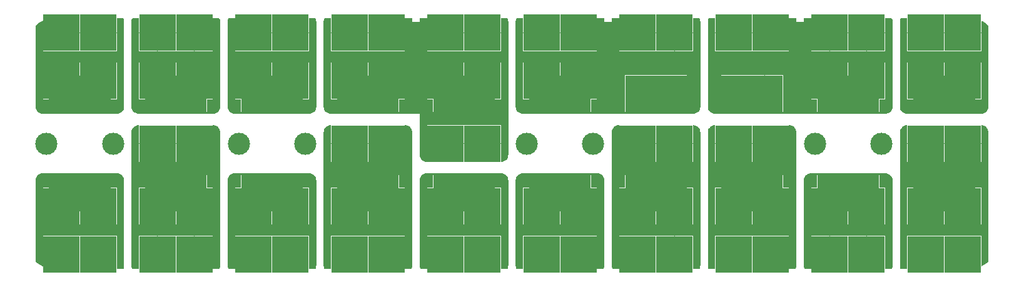
<source format=gbr>
%TF.GenerationSoftware,KiCad,Pcbnew,8.0.2-1*%
%TF.CreationDate,2024-06-10T12:13:12-07:00*%
%TF.ProjectId,FuseBlock,46757365-426c-46f6-936b-2e6b69636164,rev?*%
%TF.SameCoordinates,Original*%
%TF.FileFunction,Copper,L2,Bot*%
%TF.FilePolarity,Positive*%
%FSLAX46Y46*%
G04 Gerber Fmt 4.6, Leading zero omitted, Abs format (unit mm)*
G04 Created by KiCad (PCBNEW 8.0.2-1) date 2024-06-10 12:13:12*
%MOMM*%
%LPD*%
G01*
G04 APERTURE LIST*
%TA.AperFunction,ComponentPad*%
%ADD10R,5.000000X5.000000*%
%TD*%
%TA.AperFunction,ViaPad*%
%ADD11C,3.000000*%
%TD*%
G04 APERTURE END LIST*
D10*
%TO.P,J24,1,Pin_1*%
%TO.N,Net-(J22-Pin_1)*%
X93500000Y-115000000D03*
X98500000Y-115000000D03*
%TD*%
%TO.P,F2,1*%
%TO.N,Net-(J3-Pin_1)*%
X94300000Y-93250000D03*
X97700000Y-93250000D03*
%TO.P,F2,2*%
%TO.N,Net-(J22-Pin_1)*%
X94300000Y-106750000D03*
X97700000Y-106750000D03*
%TD*%
%TO.P,J31,1,Pin_1*%
%TO.N,Net-(J30-Pin_1)*%
X132500000Y-115000000D03*
X137500000Y-115000000D03*
%TD*%
%TO.P,J12,1,Pin_1*%
%TO.N,Net-(J12-Pin_1)*%
X145500000Y-85000000D03*
X150500000Y-85000000D03*
%TD*%
%TO.P,J43,1,Pin_1*%
%TO.N,Net-(J42-Pin_1)*%
X197500000Y-108500000D03*
X202500000Y-108500000D03*
%TD*%
%TO.P,J1,1,Pin_1*%
%TO.N,Net-(J1-Pin_1)*%
X80500000Y-85000000D03*
X85500000Y-85000000D03*
%TD*%
%TO.P,J26,1,Pin_1*%
%TO.N,Net-(J25-Pin_1)*%
X106500000Y-115000000D03*
X111500000Y-115000000D03*
%TD*%
%TO.P,J17,1,Pin_1*%
%TO.N,Net-(J15-Pin_1)*%
X184500000Y-91500000D03*
X189500000Y-91500000D03*
%TD*%
%TO.P,J30,1,Pin_1*%
%TO.N,Net-(J30-Pin_1)*%
X132500000Y-108500000D03*
X137500000Y-108500000D03*
%TD*%
%TO.P,J25,1,Pin_1*%
%TO.N,Net-(J25-Pin_1)*%
X106500000Y-108500000D03*
X111500000Y-108500000D03*
%TD*%
%TO.P,J4,1,Pin_1*%
%TO.N,Net-(J3-Pin_1)*%
X93500000Y-91500000D03*
X98500000Y-91500000D03*
%TD*%
%TO.P,F5,1*%
%TO.N,Net-(J10-Pin_1)*%
X133300000Y-93250000D03*
X136700000Y-93250000D03*
%TO.P,F5,2*%
%TO.N,Net-(J30-Pin_1)*%
X133300000Y-106750000D03*
X136700000Y-106750000D03*
%TD*%
%TO.P,J7,1,Pin_1*%
%TO.N,Net-(J10-Pin_1)*%
X119500000Y-85000000D03*
X124500000Y-85000000D03*
%TD*%
%TO.P,J16,1,Pin_1*%
%TO.N,Net-(J15-Pin_1)*%
X184500000Y-85000000D03*
X189500000Y-85000000D03*
%TD*%
%TO.P,J27,1,Pin_1*%
%TO.N,Net-(J27-Pin_1)*%
X119500000Y-100000000D03*
X124500000Y-100000000D03*
%TD*%
%TO.P,F3,1*%
%TO.N,Net-(J5-Pin_1)*%
X107300000Y-93250000D03*
X110700000Y-93250000D03*
%TO.P,F3,2*%
%TO.N,Net-(J25-Pin_1)*%
X107300000Y-106750000D03*
X110700000Y-106750000D03*
%TD*%
%TO.P,F4,1*%
%TO.N,Net-(J10-Pin_1)*%
X120300000Y-93250000D03*
X123700000Y-93250000D03*
%TO.P,F4,2*%
%TO.N,Net-(J27-Pin_1)*%
X120300000Y-106750000D03*
X123700000Y-106750000D03*
%TD*%
%TO.P,J36,1,Pin_1*%
%TO.N,Net-(J34-Pin_1)*%
X158500000Y-115000000D03*
X163500000Y-115000000D03*
%TD*%
%TO.P,J42,1,Pin_1*%
%TO.N,Net-(J42-Pin_1)*%
X197500000Y-100000000D03*
X202500000Y-100000000D03*
%TD*%
%TO.P,J20,1,Pin_1*%
%TO.N,Net-(J20-Pin_1)*%
X80500000Y-108500000D03*
X85500000Y-108500000D03*
%TD*%
%TO.P,J19,1,Pin_1*%
%TO.N,Net-(J18-Pin_1)*%
X197500000Y-91500000D03*
X202500000Y-91500000D03*
%TD*%
%TO.P,F8,1*%
%TO.N,Net-(J15-Pin_1)*%
X172300000Y-93250000D03*
X175700000Y-93250000D03*
%TO.P,F8,2*%
%TO.N,Net-(J37-Pin_1)*%
X172300000Y-106750000D03*
X175700000Y-106750000D03*
%TD*%
%TO.P,J8,1,Pin_1*%
%TO.N,Net-(J10-Pin_1)*%
X119500000Y-91500000D03*
X124500000Y-91500000D03*
%TD*%
%TO.P,J10,1,Pin_1*%
%TO.N,Net-(J10-Pin_1)*%
X132500000Y-91500000D03*
X137500000Y-91500000D03*
%TD*%
%TO.P,J23,1,Pin_1*%
%TO.N,Net-(J22-Pin_1)*%
X93500000Y-108500000D03*
X98500000Y-108500000D03*
%TD*%
%TO.P,F7,1*%
%TO.N,Net-(J12-Pin_1)*%
X159300000Y-93250000D03*
X162700000Y-93250000D03*
%TO.P,F7,2*%
%TO.N,Net-(J34-Pin_1)*%
X159300000Y-106750000D03*
X162700000Y-106750000D03*
%TD*%
%TO.P,J11,1,Pin_1*%
%TO.N,Net-(J10-Pin_1)*%
X132500000Y-100000000D03*
X137500000Y-100000000D03*
%TD*%
%TO.P,J3,1,Pin_1*%
%TO.N,Net-(J3-Pin_1)*%
X93500000Y-85000000D03*
X98500000Y-85000000D03*
%TD*%
%TO.P,J2,1,Pin_1*%
%TO.N,Net-(J1-Pin_1)*%
X80500000Y-91500000D03*
X85500000Y-91500000D03*
%TD*%
%TO.P,J37,1,Pin_1*%
%TO.N,Net-(J37-Pin_1)*%
X171500000Y-100000000D03*
X176500000Y-100000000D03*
%TD*%
%TO.P,J6,1,Pin_1*%
%TO.N,Net-(J5-Pin_1)*%
X106500000Y-91500000D03*
X111500000Y-91500000D03*
%TD*%
%TO.P,F1,1*%
%TO.N,Net-(J1-Pin_1)*%
X81300000Y-93250000D03*
X84700000Y-93250000D03*
%TO.P,F1,2*%
%TO.N,Net-(J20-Pin_1)*%
X81300000Y-106750000D03*
X84700000Y-106750000D03*
%TD*%
%TO.P,J21,1,Pin_1*%
%TO.N,Net-(J20-Pin_1)*%
X80500000Y-115000000D03*
X85500000Y-115000000D03*
%TD*%
%TO.P,J40,1,Pin_1*%
%TO.N,Net-(J40-Pin_1)*%
X184500000Y-108500000D03*
X189500000Y-108500000D03*
%TD*%
%TO.P,F9,1*%
%TO.N,Net-(J15-Pin_1)*%
X185300000Y-93250000D03*
X188700000Y-93250000D03*
%TO.P,F9,2*%
%TO.N,Net-(J40-Pin_1)*%
X185300000Y-106750000D03*
X188700000Y-106750000D03*
%TD*%
%TO.P,J41,1,Pin_1*%
%TO.N,Net-(J40-Pin_1)*%
X184500000Y-115000000D03*
X189500000Y-115000000D03*
%TD*%
%TO.P,J13,1,Pin_1*%
%TO.N,Net-(J12-Pin_1)*%
X145500000Y-91500000D03*
X150500000Y-91500000D03*
%TD*%
%TO.P,J39,1,Pin_1*%
%TO.N,Net-(J37-Pin_1)*%
X171500000Y-115000000D03*
X176500000Y-115000000D03*
%TD*%
%TO.P,J15,1,Pin_1*%
%TO.N,Net-(J15-Pin_1)*%
X171500000Y-85000000D03*
X176500000Y-85000000D03*
%TD*%
%TO.P,J38,1,Pin_1*%
%TO.N,Net-(J37-Pin_1)*%
X171500000Y-108500000D03*
X176500000Y-108500000D03*
%TD*%
%TO.P,J34,1,Pin_1*%
%TO.N,Net-(J34-Pin_1)*%
X158500000Y-100000000D03*
X163500000Y-100000000D03*
%TD*%
%TO.P,J32,1,Pin_1*%
%TO.N,Net-(J32-Pin_1)*%
X145500000Y-108500000D03*
X150500000Y-108500000D03*
%TD*%
%TO.P,J5,1,Pin_1*%
%TO.N,Net-(J5-Pin_1)*%
X106500000Y-85000000D03*
X111500000Y-85000000D03*
%TD*%
%TO.P,J14,1,Pin_1*%
%TO.N,Net-(J12-Pin_1)*%
X158500000Y-85000000D03*
X163500000Y-85000000D03*
%TD*%
%TO.P,J29,1,Pin_1*%
%TO.N,Net-(J27-Pin_1)*%
X119500000Y-115000000D03*
X124500000Y-115000000D03*
%TD*%
%TO.P,J9,1,Pin_1*%
%TO.N,Net-(J10-Pin_1)*%
X132500000Y-85000000D03*
X137500000Y-85000000D03*
%TD*%
%TO.P,F10,1*%
%TO.N,Net-(J18-Pin_1)*%
X198300000Y-93250000D03*
X201700000Y-93250000D03*
%TO.P,F10,2*%
%TO.N,Net-(J42-Pin_1)*%
X198300000Y-106750000D03*
X201700000Y-106750000D03*
%TD*%
%TO.P,J18,1,Pin_1*%
%TO.N,Net-(J18-Pin_1)*%
X197500000Y-85000000D03*
X202500000Y-85000000D03*
%TD*%
%TO.P,J35,1,Pin_1*%
%TO.N,Net-(J34-Pin_1)*%
X158500000Y-108500000D03*
X163500000Y-108500000D03*
%TD*%
%TO.P,J28,1,Pin_1*%
%TO.N,Net-(J27-Pin_1)*%
X119500000Y-108500000D03*
X124500000Y-108500000D03*
%TD*%
%TO.P,F6,1*%
%TO.N,Net-(J12-Pin_1)*%
X146300000Y-93250000D03*
X149700000Y-93250000D03*
%TO.P,F6,2*%
%TO.N,Net-(J32-Pin_1)*%
X146300000Y-106750000D03*
X149700000Y-106750000D03*
%TD*%
%TO.P,J33,1,Pin_1*%
%TO.N,Net-(J32-Pin_1)*%
X145500000Y-115000000D03*
X150500000Y-115000000D03*
%TD*%
%TO.P,J22,1,Pin_1*%
%TO.N,Net-(J22-Pin_1)*%
X93500000Y-100000000D03*
X98500000Y-100000000D03*
%TD*%
%TO.P,J44,1,Pin_1*%
%TO.N,Net-(J42-Pin_1)*%
X197500000Y-115000000D03*
X202500000Y-115000000D03*
%TD*%
D11*
%TO.N,*%
X78500000Y-100000000D03*
%TO.N,Net-(J22-Pin_1)*%
X104500000Y-100000000D03*
X87500000Y-100000000D03*
%TO.N,Net-(J27-Pin_1)*%
X113500000Y-100000000D03*
%TO.N,Net-(J10-Pin_1)*%
X143500000Y-100000000D03*
%TO.N,Net-(J34-Pin_1)*%
X152500000Y-100000000D03*
%TO.N,Net-(J37-Pin_1)*%
X182500000Y-100000000D03*
%TO.N,Net-(J42-Pin_1)*%
X191500000Y-100000000D03*
%TD*%
%TA.AperFunction,Conductor*%
%TO.N,Net-(J18-Pin_1)*%
G36*
X200900000Y-93262500D02*
G01*
X199100000Y-93262500D01*
X199100000Y-93237500D01*
X200900000Y-93237500D01*
X200900000Y-93262500D01*
G37*
%TD.AperFunction*%
%TA.AperFunction,Conductor*%
G36*
X201850000Y-91512500D02*
G01*
X198150000Y-91512500D01*
X198150000Y-91487500D01*
X201850000Y-91487500D01*
X201850000Y-91512500D01*
G37*
%TD.AperFunction*%
%TA.AperFunction,Conductor*%
G36*
X194996632Y-83003868D02*
G01*
X195000000Y-83012000D01*
X195000000Y-84987499D01*
X195000001Y-84987500D01*
X196850000Y-84987500D01*
X196850000Y-85012500D01*
X195000001Y-85012500D01*
X195000000Y-85012501D01*
X195000000Y-87499999D01*
X195000001Y-87500000D01*
X197487499Y-87500000D01*
X197487500Y-87499999D01*
X197487500Y-85650000D01*
X197512500Y-85650000D01*
X197512500Y-87499999D01*
X197512501Y-87500000D01*
X202487499Y-87500000D01*
X202487500Y-87499999D01*
X202487500Y-85650000D01*
X202512500Y-85650000D01*
X202512500Y-87499999D01*
X202512501Y-87500000D01*
X204999999Y-87500000D01*
X205000000Y-87499999D01*
X205000000Y-85012501D01*
X204999999Y-85012500D01*
X203150000Y-85012500D01*
X203150000Y-84987500D01*
X204999999Y-84987500D01*
X205000000Y-84987499D01*
X205000000Y-83361096D01*
X205003368Y-83352964D01*
X205011500Y-83349596D01*
X205016412Y-83350699D01*
X205126004Y-83402531D01*
X205149143Y-83413476D01*
X205150138Y-83414008D01*
X205221214Y-83456609D01*
X205443737Y-83589983D01*
X205444662Y-83590601D01*
X205632042Y-83729572D01*
X205719607Y-83794515D01*
X205720479Y-83795231D01*
X205974101Y-84025100D01*
X205974897Y-84025896D01*
X205997021Y-84050306D01*
X206000000Y-84058028D01*
X206000000Y-94999431D01*
X205999945Y-95000558D01*
X205980895Y-95193963D01*
X205980455Y-95196174D01*
X205924208Y-95381599D01*
X205923345Y-95383682D01*
X205832005Y-95554567D01*
X205830753Y-95556441D01*
X205707825Y-95706230D01*
X205706230Y-95707825D01*
X205556441Y-95830753D01*
X205554567Y-95832005D01*
X205383682Y-95923345D01*
X205381599Y-95924208D01*
X205196174Y-95980455D01*
X205193963Y-95980895D01*
X205000558Y-95999945D01*
X204999431Y-96000000D01*
X195000569Y-96000000D01*
X194999442Y-95999945D01*
X194806036Y-95980895D01*
X194803825Y-95980455D01*
X194618400Y-95924208D01*
X194616317Y-95923345D01*
X194445432Y-95832005D01*
X194443558Y-95830753D01*
X194293769Y-95707825D01*
X194292174Y-95706230D01*
X194169246Y-95556441D01*
X194167994Y-95554567D01*
X194076654Y-95383682D01*
X194075791Y-95381599D01*
X194019544Y-95196174D01*
X194019104Y-95193963D01*
X194000055Y-95000558D01*
X194000000Y-94999431D01*
X194000000Y-89000001D01*
X195000000Y-89000001D01*
X195000000Y-91487499D01*
X195000001Y-91487500D01*
X196850000Y-91487500D01*
X196850000Y-91512500D01*
X195000001Y-91512500D01*
X195000000Y-91512501D01*
X195000000Y-93999999D01*
X195000001Y-94000000D01*
X195788500Y-94000000D01*
X195796632Y-94003368D01*
X195800000Y-94011500D01*
X195800000Y-95749999D01*
X195800001Y-95750000D01*
X198287499Y-95750000D01*
X198287500Y-95749999D01*
X198287500Y-94050000D01*
X198312500Y-94050000D01*
X198312500Y-95749999D01*
X198312501Y-95750000D01*
X201687499Y-95750000D01*
X201687500Y-95749999D01*
X201687500Y-94050000D01*
X201712500Y-94050000D01*
X201712500Y-95749999D01*
X201712501Y-95750000D01*
X204199999Y-95750000D01*
X204200000Y-95749999D01*
X204200000Y-94011500D01*
X204203368Y-94003368D01*
X204211500Y-94000000D01*
X204999999Y-94000000D01*
X205000000Y-93999999D01*
X205000000Y-91512501D01*
X204999999Y-91512500D01*
X203150000Y-91512500D01*
X203150000Y-91487500D01*
X204999999Y-91487500D01*
X205000000Y-91487499D01*
X205000000Y-89000001D01*
X204999999Y-89000000D01*
X202512501Y-89000000D01*
X202512500Y-89000001D01*
X202512500Y-90850000D01*
X202487500Y-90850000D01*
X202487500Y-89000001D01*
X202487499Y-89000000D01*
X197512501Y-89000000D01*
X197512500Y-89000001D01*
X197512500Y-90850000D01*
X197487500Y-90850000D01*
X197487500Y-89000001D01*
X197487499Y-89000000D01*
X195000001Y-89000000D01*
X195000000Y-89000001D01*
X194000000Y-89000001D01*
X194000000Y-83500568D01*
X194000055Y-83499441D01*
X194008522Y-83413476D01*
X194019104Y-83306035D01*
X194019544Y-83303825D01*
X194024890Y-83286202D01*
X194075792Y-83118395D01*
X194076652Y-83116321D01*
X194135311Y-83006579D01*
X194142115Y-83000995D01*
X194145453Y-83000500D01*
X194988500Y-83000500D01*
X194996632Y-83003868D01*
G37*
%TD.AperFunction*%
%TA.AperFunction,Conductor*%
G36*
X201850000Y-85012500D02*
G01*
X198150000Y-85012500D01*
X198150000Y-84987500D01*
X201850000Y-84987500D01*
X201850000Y-85012500D01*
G37*
%TD.AperFunction*%
%TD*%
%TA.AperFunction,Conductor*%
%TO.N,Net-(J5-Pin_1)*%
G36*
X109900000Y-93262500D02*
G01*
X108100000Y-93262500D01*
X108100000Y-93237500D01*
X109900000Y-93237500D01*
X109900000Y-93262500D01*
G37*
%TD.AperFunction*%
%TA.AperFunction,Conductor*%
G36*
X110850000Y-91512500D02*
G01*
X107150000Y-91512500D01*
X107150000Y-91487500D01*
X110850000Y-91487500D01*
X110850000Y-91512500D01*
G37*
%TD.AperFunction*%
%TA.AperFunction,Conductor*%
G36*
X103996632Y-83003868D02*
G01*
X104000000Y-83012000D01*
X104000000Y-84987499D01*
X104000001Y-84987500D01*
X105850000Y-84987500D01*
X105850000Y-85012500D01*
X104000001Y-85012500D01*
X104000000Y-85012501D01*
X104000000Y-87499999D01*
X104000001Y-87500000D01*
X106487499Y-87500000D01*
X106487500Y-87499999D01*
X106487500Y-85650000D01*
X106512500Y-85650000D01*
X106512500Y-87499999D01*
X106512501Y-87500000D01*
X111487499Y-87500000D01*
X111487500Y-87499999D01*
X111487500Y-85650000D01*
X111512500Y-85650000D01*
X111512500Y-87499999D01*
X111512501Y-87500000D01*
X113999999Y-87500000D01*
X114000000Y-87499999D01*
X114000000Y-85012501D01*
X113999999Y-85012500D01*
X112150000Y-85012500D01*
X112150000Y-84987500D01*
X113999999Y-84987500D01*
X114000000Y-84987499D01*
X114000000Y-83012000D01*
X114003368Y-83003868D01*
X114011500Y-83000500D01*
X114854547Y-83000500D01*
X114862679Y-83003868D01*
X114864689Y-83006579D01*
X114923345Y-83116317D01*
X114924208Y-83118400D01*
X114980455Y-83303825D01*
X114980895Y-83306036D01*
X114999945Y-83499441D01*
X115000000Y-83500568D01*
X115000000Y-94999431D01*
X114999945Y-95000558D01*
X114980895Y-95193963D01*
X114980455Y-95196174D01*
X114924208Y-95381599D01*
X114923345Y-95383682D01*
X114832005Y-95554567D01*
X114830753Y-95556441D01*
X114707825Y-95706230D01*
X114706230Y-95707825D01*
X114556441Y-95830753D01*
X114554567Y-95832005D01*
X114383682Y-95923345D01*
X114381599Y-95924208D01*
X114196174Y-95980455D01*
X114193963Y-95980895D01*
X114000558Y-95999945D01*
X113999431Y-96000000D01*
X104000569Y-96000000D01*
X103999442Y-95999945D01*
X103806036Y-95980895D01*
X103803825Y-95980455D01*
X103618400Y-95924208D01*
X103616317Y-95923345D01*
X103445432Y-95832005D01*
X103443558Y-95830753D01*
X103293769Y-95707825D01*
X103292174Y-95706230D01*
X103169246Y-95556441D01*
X103167994Y-95554567D01*
X103076654Y-95383682D01*
X103075791Y-95381599D01*
X103019544Y-95196174D01*
X103019104Y-95193963D01*
X103000055Y-95000558D01*
X103000000Y-94999431D01*
X103000000Y-89000001D01*
X104000000Y-89000001D01*
X104000000Y-91487499D01*
X104000001Y-91487500D01*
X105850000Y-91487500D01*
X105850000Y-91512500D01*
X104000001Y-91512500D01*
X104000000Y-91512501D01*
X104000000Y-93999999D01*
X104000001Y-94000000D01*
X104788500Y-94000000D01*
X104796632Y-94003368D01*
X104800000Y-94011500D01*
X104800000Y-95749999D01*
X104800001Y-95750000D01*
X107287499Y-95750000D01*
X107287500Y-95749999D01*
X107287500Y-94050000D01*
X107312500Y-94050000D01*
X107312500Y-95749999D01*
X107312501Y-95750000D01*
X110687499Y-95750000D01*
X110687500Y-95749999D01*
X110687500Y-94050000D01*
X110712500Y-94050000D01*
X110712500Y-95749999D01*
X110712501Y-95750000D01*
X113199999Y-95750000D01*
X113200000Y-95749999D01*
X113200000Y-94011500D01*
X113203368Y-94003368D01*
X113211500Y-94000000D01*
X113999999Y-94000000D01*
X114000000Y-93999999D01*
X114000000Y-91512501D01*
X113999999Y-91512500D01*
X112150000Y-91512500D01*
X112150000Y-91487500D01*
X113999999Y-91487500D01*
X114000000Y-91487499D01*
X114000000Y-89000001D01*
X113999999Y-89000000D01*
X111512501Y-89000000D01*
X111512500Y-89000001D01*
X111512500Y-90850000D01*
X111487500Y-90850000D01*
X111487500Y-89000001D01*
X111487499Y-89000000D01*
X106512501Y-89000000D01*
X106512500Y-89000001D01*
X106512500Y-90850000D01*
X106487500Y-90850000D01*
X106487500Y-89000001D01*
X106487499Y-89000000D01*
X104000001Y-89000000D01*
X104000000Y-89000001D01*
X103000000Y-89000001D01*
X103000000Y-83500568D01*
X103000055Y-83499441D01*
X103019104Y-83306036D01*
X103019544Y-83303825D01*
X103075791Y-83118400D01*
X103076652Y-83116321D01*
X103135311Y-83006579D01*
X103142115Y-83000995D01*
X103145453Y-83000500D01*
X103988500Y-83000500D01*
X103996632Y-83003868D01*
G37*
%TD.AperFunction*%
%TA.AperFunction,Conductor*%
G36*
X110850000Y-85012500D02*
G01*
X107150000Y-85012500D01*
X107150000Y-84987500D01*
X110850000Y-84987500D01*
X110850000Y-85012500D01*
G37*
%TD.AperFunction*%
%TD*%
%TA.AperFunction,Conductor*%
%TO.N,Net-(J37-Pin_1)*%
G36*
X175850000Y-108512500D02*
G01*
X172150000Y-108512500D01*
X172150000Y-108487500D01*
X175850000Y-108487500D01*
X175850000Y-108512500D01*
G37*
%TD.AperFunction*%
%TA.AperFunction,Conductor*%
G36*
X174900000Y-106762500D02*
G01*
X173100000Y-106762500D01*
X173100000Y-106737500D01*
X174900000Y-106737500D01*
X174900000Y-106762500D01*
G37*
%TD.AperFunction*%
%TA.AperFunction,Conductor*%
G36*
X179012613Y-97501242D02*
G01*
X179193527Y-97519061D01*
X179193963Y-97519104D01*
X179196174Y-97519544D01*
X179288886Y-97547667D01*
X179381600Y-97575791D01*
X179383682Y-97576654D01*
X179554567Y-97667994D01*
X179556441Y-97669246D01*
X179706230Y-97792174D01*
X179707825Y-97793769D01*
X179830753Y-97943558D01*
X179832005Y-97945432D01*
X179923345Y-98116317D01*
X179924208Y-98118400D01*
X179980455Y-98303825D01*
X179980895Y-98306036D01*
X179999945Y-98499441D01*
X180000000Y-98500568D01*
X180000000Y-116499431D01*
X179999945Y-116500558D01*
X179980895Y-116693963D01*
X179980455Y-116696174D01*
X179924208Y-116881599D01*
X179923345Y-116883682D01*
X179864689Y-116993421D01*
X179857885Y-116999005D01*
X179854547Y-116999500D01*
X179011500Y-116999500D01*
X179003368Y-116996132D01*
X179000000Y-116988000D01*
X179000000Y-115012501D01*
X178999999Y-115012500D01*
X177150000Y-115012500D01*
X177150000Y-114987500D01*
X178999999Y-114987500D01*
X179000000Y-114987499D01*
X179000000Y-112500001D01*
X178999999Y-112500000D01*
X176512501Y-112500000D01*
X176512500Y-112500001D01*
X176512500Y-114350000D01*
X176487500Y-114350000D01*
X176487500Y-112500001D01*
X176487499Y-112500000D01*
X171512501Y-112500000D01*
X171512500Y-112500001D01*
X171512500Y-114350000D01*
X171487500Y-114350000D01*
X171487500Y-112500001D01*
X171487499Y-112500000D01*
X169000001Y-112500000D01*
X169000000Y-112500001D01*
X169000000Y-114987499D01*
X169000001Y-114987500D01*
X170850000Y-114987500D01*
X170850000Y-115012500D01*
X169000001Y-115012500D01*
X169000000Y-115012501D01*
X169000000Y-116988000D01*
X168996632Y-116996132D01*
X168988500Y-116999500D01*
X168145453Y-116999500D01*
X168137321Y-116996132D01*
X168135311Y-116993421D01*
X168076654Y-116883682D01*
X168075791Y-116881599D01*
X168019544Y-116696174D01*
X168019104Y-116693963D01*
X168000055Y-116500558D01*
X168000000Y-116499431D01*
X168000000Y-106000001D01*
X169000000Y-106000001D01*
X169000000Y-108487499D01*
X169000001Y-108487500D01*
X170850000Y-108487500D01*
X170850000Y-108512500D01*
X169000001Y-108512500D01*
X169000000Y-108512501D01*
X169000000Y-110999999D01*
X169000001Y-111000000D01*
X171487499Y-111000000D01*
X171487500Y-110999999D01*
X171487500Y-109150000D01*
X171512500Y-109150000D01*
X171512500Y-110999999D01*
X171512501Y-111000000D01*
X176487499Y-111000000D01*
X176487500Y-110999999D01*
X176487500Y-109150000D01*
X176512500Y-109150000D01*
X176512500Y-110999999D01*
X176512501Y-111000000D01*
X178999999Y-111000000D01*
X179000000Y-110999999D01*
X179000000Y-108512501D01*
X178999999Y-108512500D01*
X177150000Y-108512500D01*
X177150000Y-108487500D01*
X178999999Y-108487500D01*
X179000000Y-108487499D01*
X179000000Y-106000001D01*
X178999999Y-106000000D01*
X178211500Y-106000000D01*
X178203368Y-105996632D01*
X178200000Y-105988500D01*
X178200000Y-104250001D01*
X178199999Y-104250000D01*
X175712501Y-104250000D01*
X175712500Y-104250001D01*
X175712500Y-105950000D01*
X175687500Y-105950000D01*
X175687500Y-104250001D01*
X175687499Y-104250000D01*
X172312501Y-104250000D01*
X172312500Y-104250001D01*
X172312500Y-105950000D01*
X172287500Y-105950000D01*
X172287500Y-104250001D01*
X172287499Y-104250000D01*
X169800001Y-104250000D01*
X169800000Y-104250001D01*
X169800000Y-105988500D01*
X169796632Y-105996632D01*
X169788500Y-106000000D01*
X169000001Y-106000000D01*
X169000000Y-106000001D01*
X168000000Y-106000001D01*
X168000000Y-98500568D01*
X168000055Y-98499441D01*
X168019104Y-98306036D01*
X168019544Y-98303825D01*
X168075791Y-98118400D01*
X168076652Y-98116321D01*
X168167996Y-97945428D01*
X168169246Y-97943558D01*
X168292174Y-97793769D01*
X168293769Y-97792174D01*
X168443558Y-97669246D01*
X168445428Y-97667996D01*
X168616321Y-97576652D01*
X168618395Y-97575792D01*
X168803826Y-97519543D01*
X168806035Y-97519104D01*
X168987374Y-97501243D01*
X168995795Y-97503798D01*
X168999945Y-97511561D01*
X169000000Y-97512688D01*
X169000000Y-99987499D01*
X169000001Y-99987500D01*
X170850000Y-99987500D01*
X170850000Y-100012500D01*
X169000001Y-100012500D01*
X169000000Y-100012501D01*
X169000000Y-102499999D01*
X169000001Y-102500000D01*
X171487499Y-102500000D01*
X171487500Y-102499999D01*
X171487500Y-100650000D01*
X171512500Y-100650000D01*
X171512500Y-102499999D01*
X171512501Y-102500000D01*
X176487499Y-102500000D01*
X176487500Y-102499999D01*
X176487500Y-100650000D01*
X176512500Y-100650000D01*
X176512500Y-102499999D01*
X176512501Y-102500000D01*
X178999999Y-102500000D01*
X179000000Y-102499999D01*
X179000000Y-100012501D01*
X178999999Y-100012500D01*
X177150000Y-100012500D01*
X177150000Y-99987500D01*
X178999999Y-99987500D01*
X179000000Y-99987499D01*
X179000000Y-97512688D01*
X179003368Y-97504556D01*
X179011500Y-97501188D01*
X179012613Y-97501242D01*
G37*
%TD.AperFunction*%
%TA.AperFunction,Conductor*%
G36*
X175850000Y-115012500D02*
G01*
X172150000Y-115012500D01*
X172150000Y-114987500D01*
X175850000Y-114987500D01*
X175850000Y-115012500D01*
G37*
%TD.AperFunction*%
%TA.AperFunction,Conductor*%
G36*
X175850000Y-100012500D02*
G01*
X172150000Y-100012500D01*
X172150000Y-99987500D01*
X175850000Y-99987500D01*
X175850000Y-100012500D01*
G37*
%TD.AperFunction*%
%TD*%
%TA.AperFunction,Conductor*%
%TO.N,Net-(J10-Pin_1)*%
G36*
X122900000Y-93262500D02*
G01*
X121100000Y-93262500D01*
X121100000Y-93237500D01*
X122900000Y-93237500D01*
X122900000Y-93262500D01*
G37*
%TD.AperFunction*%
%TA.AperFunction,Conductor*%
G36*
X123850000Y-91512500D02*
G01*
X120150000Y-91512500D01*
X120150000Y-91487500D01*
X123850000Y-91487500D01*
X123850000Y-91512500D01*
G37*
%TD.AperFunction*%
%TA.AperFunction,Conductor*%
G36*
X116996632Y-83003868D02*
G01*
X117000000Y-83012000D01*
X117000000Y-84987499D01*
X117000001Y-84987500D01*
X118850000Y-84987500D01*
X118850000Y-85012500D01*
X117000001Y-85012500D01*
X117000000Y-85012501D01*
X117000000Y-87499999D01*
X117000001Y-87500000D01*
X119487499Y-87500000D01*
X119487500Y-87499999D01*
X119487500Y-85650000D01*
X119512500Y-85650000D01*
X119512500Y-87499999D01*
X119512501Y-87500000D01*
X124487499Y-87500000D01*
X124487500Y-87499999D01*
X124487500Y-85650000D01*
X124512500Y-85650000D01*
X124512500Y-87499999D01*
X124512501Y-87500000D01*
X126999999Y-87500000D01*
X127000000Y-87499999D01*
X127000000Y-85012501D01*
X126999999Y-85012500D01*
X125150000Y-85012500D01*
X125150000Y-84987500D01*
X126999999Y-84987500D01*
X127000000Y-84987499D01*
X127000000Y-83012000D01*
X127003368Y-83003868D01*
X127011500Y-83000500D01*
X127989980Y-83000500D01*
X127998112Y-83003868D01*
X128000000Y-83007696D01*
X128000000Y-83500000D01*
X127500000Y-83500000D01*
X127500000Y-96000000D01*
X117000569Y-96000000D01*
X116999442Y-95999945D01*
X116806036Y-95980895D01*
X116803825Y-95980455D01*
X116618400Y-95924208D01*
X116616317Y-95923345D01*
X116445432Y-95832005D01*
X116443558Y-95830753D01*
X116293769Y-95707825D01*
X116292174Y-95706230D01*
X116169246Y-95556441D01*
X116167994Y-95554567D01*
X116076654Y-95383682D01*
X116075791Y-95381599D01*
X116019544Y-95196174D01*
X116019104Y-95193963D01*
X116000055Y-95000558D01*
X116000000Y-94999431D01*
X116000000Y-89000001D01*
X117000000Y-89000001D01*
X117000000Y-91487499D01*
X117000001Y-91487500D01*
X118850000Y-91487500D01*
X118850000Y-91512500D01*
X117000001Y-91512500D01*
X117000000Y-91512501D01*
X117000000Y-93999999D01*
X117000001Y-94000000D01*
X117788500Y-94000000D01*
X117796632Y-94003368D01*
X117800000Y-94011500D01*
X117800000Y-95749999D01*
X117800001Y-95750000D01*
X120287499Y-95750000D01*
X120287500Y-95749999D01*
X120287500Y-94050000D01*
X120312500Y-94050000D01*
X120312500Y-95749999D01*
X120312501Y-95750000D01*
X123687499Y-95750000D01*
X123687500Y-95749999D01*
X123687500Y-94050000D01*
X123712500Y-94050000D01*
X123712500Y-95749999D01*
X123712501Y-95750000D01*
X126199999Y-95750000D01*
X126200000Y-95749999D01*
X126200000Y-94011500D01*
X126203368Y-94003368D01*
X126211500Y-94000000D01*
X126999999Y-94000000D01*
X127000000Y-93999999D01*
X127000000Y-91512501D01*
X126999999Y-91512500D01*
X125150000Y-91512500D01*
X125150000Y-91487500D01*
X126999999Y-91487500D01*
X127000000Y-91487499D01*
X127000000Y-89000001D01*
X126999999Y-89000000D01*
X124512501Y-89000000D01*
X124512500Y-89000001D01*
X124512500Y-90850000D01*
X124487500Y-90850000D01*
X124487500Y-89000001D01*
X124487499Y-89000000D01*
X119512501Y-89000000D01*
X119512500Y-89000001D01*
X119512500Y-90850000D01*
X119487500Y-90850000D01*
X119487500Y-89000001D01*
X119487499Y-89000000D01*
X117000001Y-89000000D01*
X117000000Y-89000001D01*
X116000000Y-89000001D01*
X116000000Y-83500568D01*
X116000055Y-83499441D01*
X116019104Y-83306036D01*
X116019544Y-83303825D01*
X116075791Y-83118400D01*
X116076652Y-83116321D01*
X116132413Y-83012000D01*
X116135311Y-83006579D01*
X116142115Y-83000995D01*
X116145453Y-83000500D01*
X116988500Y-83000500D01*
X116996632Y-83003868D01*
G37*
%TD.AperFunction*%
%TA.AperFunction,Conductor*%
G36*
X123850000Y-85012500D02*
G01*
X120150000Y-85012500D01*
X120150000Y-84987500D01*
X123850000Y-84987500D01*
X123850000Y-85012500D01*
G37*
%TD.AperFunction*%
%TD*%
%TA.AperFunction,Conductor*%
%TO.N,Net-(J30-Pin_1)*%
G36*
X136850000Y-108512500D02*
G01*
X133150000Y-108512500D01*
X133150000Y-108487500D01*
X136850000Y-108487500D01*
X136850000Y-108512500D01*
G37*
%TD.AperFunction*%
%TA.AperFunction,Conductor*%
G36*
X135900000Y-106762500D02*
G01*
X134100000Y-106762500D01*
X134100000Y-106737500D01*
X135900000Y-106737500D01*
X135900000Y-106762500D01*
G37*
%TD.AperFunction*%
%TA.AperFunction,Conductor*%
G36*
X140000558Y-104000055D02*
G01*
X140193963Y-104019104D01*
X140196174Y-104019544D01*
X140288886Y-104047667D01*
X140381600Y-104075791D01*
X140383682Y-104076654D01*
X140554567Y-104167994D01*
X140556441Y-104169246D01*
X140706230Y-104292174D01*
X140707825Y-104293769D01*
X140830753Y-104443558D01*
X140832005Y-104445432D01*
X140923345Y-104616317D01*
X140924208Y-104618400D01*
X140980455Y-104803825D01*
X140980895Y-104806036D01*
X140999945Y-104999441D01*
X141000000Y-105000568D01*
X141000000Y-116499431D01*
X140999945Y-116500558D01*
X140980895Y-116693963D01*
X140980455Y-116696174D01*
X140924208Y-116881599D01*
X140923345Y-116883682D01*
X140864689Y-116993421D01*
X140857885Y-116999005D01*
X140854547Y-116999500D01*
X140011500Y-116999500D01*
X140003368Y-116996132D01*
X140000000Y-116988000D01*
X140000000Y-115012501D01*
X139999999Y-115012500D01*
X138150000Y-115012500D01*
X138150000Y-114987500D01*
X139999999Y-114987500D01*
X140000000Y-114987499D01*
X140000000Y-112500001D01*
X139999999Y-112500000D01*
X137512501Y-112500000D01*
X137512500Y-112500001D01*
X137512500Y-114350000D01*
X137487500Y-114350000D01*
X137487500Y-112500001D01*
X137487499Y-112500000D01*
X132512501Y-112500000D01*
X132512500Y-112500001D01*
X132512500Y-114350000D01*
X132487500Y-114350000D01*
X132487500Y-112500001D01*
X132487499Y-112500000D01*
X130000001Y-112500000D01*
X130000000Y-112500001D01*
X130000000Y-114987499D01*
X130000001Y-114987500D01*
X131850000Y-114987500D01*
X131850000Y-115012500D01*
X130000001Y-115012500D01*
X130000000Y-115012501D01*
X130000000Y-116988000D01*
X129996632Y-116996132D01*
X129988500Y-116999500D01*
X129145453Y-116999500D01*
X129137321Y-116996132D01*
X129135311Y-116993421D01*
X129076654Y-116883682D01*
X129075791Y-116881599D01*
X129019544Y-116696174D01*
X129019104Y-116693963D01*
X129000055Y-116500558D01*
X129000000Y-116499431D01*
X129000000Y-106000001D01*
X130000000Y-106000001D01*
X130000000Y-108487499D01*
X130000001Y-108487500D01*
X131850000Y-108487500D01*
X131850000Y-108512500D01*
X130000001Y-108512500D01*
X130000000Y-108512501D01*
X130000000Y-110999999D01*
X130000001Y-111000000D01*
X132487499Y-111000000D01*
X132487500Y-110999999D01*
X132487500Y-109150000D01*
X132512500Y-109150000D01*
X132512500Y-110999999D01*
X132512501Y-111000000D01*
X137487499Y-111000000D01*
X137487500Y-110999999D01*
X137487500Y-109150000D01*
X137512500Y-109150000D01*
X137512500Y-110999999D01*
X137512501Y-111000000D01*
X139999999Y-111000000D01*
X140000000Y-110999999D01*
X140000000Y-108512501D01*
X139999999Y-108512500D01*
X138150000Y-108512500D01*
X138150000Y-108487500D01*
X139999999Y-108487500D01*
X140000000Y-108487499D01*
X140000000Y-106000001D01*
X139999999Y-106000000D01*
X139211500Y-106000000D01*
X139203368Y-105996632D01*
X139200000Y-105988500D01*
X139200000Y-104250001D01*
X139199999Y-104250000D01*
X136712501Y-104250000D01*
X136712500Y-104250001D01*
X136712500Y-105950000D01*
X136687500Y-105950000D01*
X136687500Y-104250001D01*
X136687499Y-104250000D01*
X133312501Y-104250000D01*
X133312500Y-104250001D01*
X133312500Y-105950000D01*
X133287500Y-105950000D01*
X133287500Y-104250001D01*
X133287499Y-104250000D01*
X130800001Y-104250000D01*
X130800000Y-104250001D01*
X130800000Y-105988500D01*
X130796632Y-105996632D01*
X130788500Y-106000000D01*
X130000001Y-106000000D01*
X130000000Y-106000001D01*
X129000000Y-106000001D01*
X129000000Y-105000568D01*
X129000055Y-104999441D01*
X129019104Y-104806036D01*
X129019544Y-104803825D01*
X129075791Y-104618400D01*
X129076652Y-104616321D01*
X129167996Y-104445428D01*
X129169246Y-104443558D01*
X129292174Y-104293769D01*
X129293769Y-104292174D01*
X129443558Y-104169246D01*
X129445428Y-104167996D01*
X129616321Y-104076652D01*
X129618395Y-104075792D01*
X129803826Y-104019543D01*
X129806035Y-104019104D01*
X129999442Y-104000055D01*
X130000569Y-104000000D01*
X139999431Y-104000000D01*
X140000558Y-104000055D01*
G37*
%TD.AperFunction*%
%TA.AperFunction,Conductor*%
G36*
X136850000Y-115012500D02*
G01*
X133150000Y-115012500D01*
X133150000Y-114987500D01*
X136850000Y-114987500D01*
X136850000Y-115012500D01*
G37*
%TD.AperFunction*%
%TD*%
%TA.AperFunction,Conductor*%
%TO.N,Net-(J34-Pin_1)*%
G36*
X162850000Y-108512500D02*
G01*
X159150000Y-108512500D01*
X159150000Y-108487500D01*
X162850000Y-108487500D01*
X162850000Y-108512500D01*
G37*
%TD.AperFunction*%
%TA.AperFunction,Conductor*%
G36*
X161900000Y-106762500D02*
G01*
X160100000Y-106762500D01*
X160100000Y-106737500D01*
X161900000Y-106737500D01*
X161900000Y-106762500D01*
G37*
%TD.AperFunction*%
%TA.AperFunction,Conductor*%
G36*
X166012613Y-97501242D02*
G01*
X166193527Y-97519061D01*
X166193963Y-97519104D01*
X166196174Y-97519544D01*
X166288886Y-97547667D01*
X166381600Y-97575791D01*
X166383682Y-97576654D01*
X166554567Y-97667994D01*
X166556441Y-97669246D01*
X166706230Y-97792174D01*
X166707825Y-97793769D01*
X166830753Y-97943558D01*
X166832005Y-97945432D01*
X166923345Y-98116317D01*
X166924208Y-98118400D01*
X166980455Y-98303825D01*
X166980895Y-98306036D01*
X166999945Y-98499441D01*
X167000000Y-98500568D01*
X167000000Y-116499431D01*
X166999945Y-116500558D01*
X166980895Y-116693963D01*
X166980455Y-116696174D01*
X166924208Y-116881599D01*
X166923345Y-116883682D01*
X166864689Y-116993421D01*
X166857885Y-116999005D01*
X166854547Y-116999500D01*
X166011500Y-116999500D01*
X166003368Y-116996132D01*
X166000000Y-116988000D01*
X166000000Y-115012501D01*
X165999999Y-115012500D01*
X164150000Y-115012500D01*
X164150000Y-114987500D01*
X165999999Y-114987500D01*
X166000000Y-114987499D01*
X166000000Y-112500001D01*
X165999999Y-112500000D01*
X163512501Y-112500000D01*
X163512500Y-112500001D01*
X163512500Y-114350000D01*
X163487500Y-114350000D01*
X163487500Y-112500001D01*
X163487499Y-112500000D01*
X158512501Y-112500000D01*
X158512500Y-112500001D01*
X158512500Y-114350000D01*
X158487500Y-114350000D01*
X158487500Y-112500001D01*
X158487499Y-112500000D01*
X156000001Y-112500000D01*
X156000000Y-112500001D01*
X156000000Y-114987499D01*
X156000001Y-114987500D01*
X157850000Y-114987500D01*
X157850000Y-115012500D01*
X156000001Y-115012500D01*
X156000000Y-115012501D01*
X156000000Y-116988000D01*
X155996632Y-116996132D01*
X155988500Y-116999500D01*
X155145453Y-116999500D01*
X155137321Y-116996132D01*
X155135311Y-116993421D01*
X155076654Y-116883682D01*
X155075791Y-116881599D01*
X155019544Y-116696174D01*
X155019104Y-116693963D01*
X155000055Y-116500558D01*
X155000000Y-116499431D01*
X155000000Y-106000001D01*
X156000000Y-106000001D01*
X156000000Y-108487499D01*
X156000001Y-108487500D01*
X157850000Y-108487500D01*
X157850000Y-108512500D01*
X156000001Y-108512500D01*
X156000000Y-108512501D01*
X156000000Y-110999999D01*
X156000001Y-111000000D01*
X158487499Y-111000000D01*
X158487500Y-110999999D01*
X158487500Y-109150000D01*
X158512500Y-109150000D01*
X158512500Y-110999999D01*
X158512501Y-111000000D01*
X163487499Y-111000000D01*
X163487500Y-110999999D01*
X163487500Y-109150000D01*
X163512500Y-109150000D01*
X163512500Y-110999999D01*
X163512501Y-111000000D01*
X165999999Y-111000000D01*
X166000000Y-110999999D01*
X166000000Y-108512501D01*
X165999999Y-108512500D01*
X164150000Y-108512500D01*
X164150000Y-108487500D01*
X165999999Y-108487500D01*
X166000000Y-108487499D01*
X166000000Y-106000001D01*
X165999999Y-106000000D01*
X165211500Y-106000000D01*
X165203368Y-105996632D01*
X165200000Y-105988500D01*
X165200000Y-104250001D01*
X165199999Y-104250000D01*
X162712501Y-104250000D01*
X162712500Y-104250001D01*
X162712500Y-105950000D01*
X162687500Y-105950000D01*
X162687500Y-104250001D01*
X162687499Y-104250000D01*
X159312501Y-104250000D01*
X159312500Y-104250001D01*
X159312500Y-105950000D01*
X159287500Y-105950000D01*
X159287500Y-104250001D01*
X159287499Y-104250000D01*
X156800001Y-104250000D01*
X156800000Y-104250001D01*
X156800000Y-105988500D01*
X156796632Y-105996632D01*
X156788500Y-106000000D01*
X156000001Y-106000000D01*
X156000000Y-106000001D01*
X155000000Y-106000001D01*
X155000000Y-98500568D01*
X155000055Y-98499441D01*
X155019104Y-98306036D01*
X155019544Y-98303825D01*
X155075791Y-98118400D01*
X155076652Y-98116321D01*
X155167996Y-97945428D01*
X155169246Y-97943558D01*
X155292174Y-97793769D01*
X155293769Y-97792174D01*
X155443558Y-97669246D01*
X155445428Y-97667996D01*
X155616321Y-97576652D01*
X155618395Y-97575792D01*
X155803826Y-97519543D01*
X155806035Y-97519104D01*
X155987374Y-97501243D01*
X155995795Y-97503798D01*
X155999945Y-97511561D01*
X156000000Y-97512688D01*
X156000000Y-99987499D01*
X156000001Y-99987500D01*
X157850000Y-99987500D01*
X157850000Y-100012500D01*
X156000001Y-100012500D01*
X156000000Y-100012501D01*
X156000000Y-102499999D01*
X156000001Y-102500000D01*
X158487499Y-102500000D01*
X158487500Y-102499999D01*
X158487500Y-100650000D01*
X158512500Y-100650000D01*
X158512500Y-102499999D01*
X158512501Y-102500000D01*
X163487499Y-102500000D01*
X163487500Y-102499999D01*
X163487500Y-100650000D01*
X163512500Y-100650000D01*
X163512500Y-102499999D01*
X163512501Y-102500000D01*
X165999999Y-102500000D01*
X166000000Y-102499999D01*
X166000000Y-100012501D01*
X165999999Y-100012500D01*
X164150000Y-100012500D01*
X164150000Y-99987500D01*
X165999999Y-99987500D01*
X166000000Y-99987499D01*
X166000000Y-97512688D01*
X166003368Y-97504556D01*
X166011500Y-97501188D01*
X166012613Y-97501242D01*
G37*
%TD.AperFunction*%
%TA.AperFunction,Conductor*%
G36*
X162850000Y-115012500D02*
G01*
X159150000Y-115012500D01*
X159150000Y-114987500D01*
X162850000Y-114987500D01*
X162850000Y-115012500D01*
G37*
%TD.AperFunction*%
%TA.AperFunction,Conductor*%
G36*
X162850000Y-100012500D02*
G01*
X159150000Y-100012500D01*
X159150000Y-99987500D01*
X162850000Y-99987500D01*
X162850000Y-100012500D01*
G37*
%TD.AperFunction*%
%TD*%
%TA.AperFunction,Conductor*%
%TO.N,Net-(J25-Pin_1)*%
G36*
X110850000Y-108512500D02*
G01*
X107150000Y-108512500D01*
X107150000Y-108487500D01*
X110850000Y-108487500D01*
X110850000Y-108512500D01*
G37*
%TD.AperFunction*%
%TA.AperFunction,Conductor*%
G36*
X109900000Y-106762500D02*
G01*
X108100000Y-106762500D01*
X108100000Y-106737500D01*
X109900000Y-106737500D01*
X109900000Y-106762500D01*
G37*
%TD.AperFunction*%
%TA.AperFunction,Conductor*%
G36*
X114000558Y-104000055D02*
G01*
X114193963Y-104019104D01*
X114196174Y-104019544D01*
X114288886Y-104047667D01*
X114381600Y-104075791D01*
X114383682Y-104076654D01*
X114554567Y-104167994D01*
X114556441Y-104169246D01*
X114706230Y-104292174D01*
X114707825Y-104293769D01*
X114830753Y-104443558D01*
X114832005Y-104445432D01*
X114923345Y-104616317D01*
X114924208Y-104618400D01*
X114980455Y-104803825D01*
X114980895Y-104806036D01*
X114999945Y-104999441D01*
X115000000Y-105000568D01*
X115000000Y-116499431D01*
X114999945Y-116500558D01*
X114980895Y-116693963D01*
X114980455Y-116696174D01*
X114924208Y-116881599D01*
X114923345Y-116883682D01*
X114864689Y-116993421D01*
X114857885Y-116999005D01*
X114854547Y-116999500D01*
X114011500Y-116999500D01*
X114003368Y-116996132D01*
X114000000Y-116988000D01*
X114000000Y-115012501D01*
X113999999Y-115012500D01*
X112150000Y-115012500D01*
X112150000Y-114987500D01*
X113999999Y-114987500D01*
X114000000Y-114987499D01*
X114000000Y-112500001D01*
X113999999Y-112500000D01*
X111512501Y-112500000D01*
X111512500Y-112500001D01*
X111512500Y-114350000D01*
X111487500Y-114350000D01*
X111487500Y-112500001D01*
X111487499Y-112500000D01*
X106512501Y-112500000D01*
X106512500Y-112500001D01*
X106512500Y-114350000D01*
X106487500Y-114350000D01*
X106487500Y-112500001D01*
X106487499Y-112500000D01*
X104000001Y-112500000D01*
X104000000Y-112500001D01*
X104000000Y-114987499D01*
X104000001Y-114987500D01*
X105850000Y-114987500D01*
X105850000Y-115012500D01*
X104000001Y-115012500D01*
X104000000Y-115012501D01*
X104000000Y-116988000D01*
X103996632Y-116996132D01*
X103988500Y-116999500D01*
X103145453Y-116999500D01*
X103137321Y-116996132D01*
X103135311Y-116993421D01*
X103076654Y-116883682D01*
X103075791Y-116881599D01*
X103019544Y-116696174D01*
X103019104Y-116693963D01*
X103000055Y-116500558D01*
X103000000Y-116499431D01*
X103000000Y-106000001D01*
X104000000Y-106000001D01*
X104000000Y-108487499D01*
X104000001Y-108487500D01*
X105850000Y-108487500D01*
X105850000Y-108512500D01*
X104000001Y-108512500D01*
X104000000Y-108512501D01*
X104000000Y-110999999D01*
X104000001Y-111000000D01*
X106487499Y-111000000D01*
X106487500Y-110999999D01*
X106487500Y-109150000D01*
X106512500Y-109150000D01*
X106512500Y-110999999D01*
X106512501Y-111000000D01*
X111487499Y-111000000D01*
X111487500Y-110999999D01*
X111487500Y-109150000D01*
X111512500Y-109150000D01*
X111512500Y-110999999D01*
X111512501Y-111000000D01*
X113999999Y-111000000D01*
X114000000Y-110999999D01*
X114000000Y-108512501D01*
X113999999Y-108512500D01*
X112150000Y-108512500D01*
X112150000Y-108487500D01*
X113999999Y-108487500D01*
X114000000Y-108487499D01*
X114000000Y-106000001D01*
X113999999Y-106000000D01*
X113211500Y-106000000D01*
X113203368Y-105996632D01*
X113200000Y-105988500D01*
X113200000Y-104250001D01*
X113199999Y-104250000D01*
X110712501Y-104250000D01*
X110712500Y-104250001D01*
X110712500Y-105950000D01*
X110687500Y-105950000D01*
X110687500Y-104250001D01*
X110687499Y-104250000D01*
X107312501Y-104250000D01*
X107312500Y-104250001D01*
X107312500Y-105950000D01*
X107287500Y-105950000D01*
X107287500Y-104250001D01*
X107287499Y-104250000D01*
X104800001Y-104250000D01*
X104800000Y-104250001D01*
X104800000Y-105988500D01*
X104796632Y-105996632D01*
X104788500Y-106000000D01*
X104000001Y-106000000D01*
X104000000Y-106000001D01*
X103000000Y-106000001D01*
X103000000Y-105000568D01*
X103000055Y-104999441D01*
X103019104Y-104806036D01*
X103019544Y-104803825D01*
X103075791Y-104618400D01*
X103076652Y-104616321D01*
X103167996Y-104445428D01*
X103169246Y-104443558D01*
X103292174Y-104293769D01*
X103293769Y-104292174D01*
X103443558Y-104169246D01*
X103445428Y-104167996D01*
X103616321Y-104076652D01*
X103618395Y-104075792D01*
X103803826Y-104019543D01*
X103806035Y-104019104D01*
X103999442Y-104000055D01*
X104000569Y-104000000D01*
X113999431Y-104000000D01*
X114000558Y-104000055D01*
G37*
%TD.AperFunction*%
%TA.AperFunction,Conductor*%
G36*
X110850000Y-115012500D02*
G01*
X107150000Y-115012500D01*
X107150000Y-114987500D01*
X110850000Y-114987500D01*
X110850000Y-115012500D01*
G37*
%TD.AperFunction*%
%TD*%
%TA.AperFunction,Conductor*%
%TO.N,Net-(J27-Pin_1)*%
G36*
X123850000Y-108512500D02*
G01*
X120150000Y-108512500D01*
X120150000Y-108487500D01*
X123850000Y-108487500D01*
X123850000Y-108512500D01*
G37*
%TD.AperFunction*%
%TA.AperFunction,Conductor*%
G36*
X122900000Y-106762500D02*
G01*
X121100000Y-106762500D01*
X121100000Y-106737500D01*
X122900000Y-106737500D01*
X122900000Y-106762500D01*
G37*
%TD.AperFunction*%
%TA.AperFunction,Conductor*%
G36*
X127012613Y-97501242D02*
G01*
X127193527Y-97519061D01*
X127193963Y-97519104D01*
X127196174Y-97519544D01*
X127288886Y-97547667D01*
X127381600Y-97575791D01*
X127383682Y-97576654D01*
X127554567Y-97667994D01*
X127556441Y-97669246D01*
X127706230Y-97792174D01*
X127707825Y-97793769D01*
X127830753Y-97943558D01*
X127832005Y-97945432D01*
X127923345Y-98116317D01*
X127924208Y-98118400D01*
X127980455Y-98303825D01*
X127980895Y-98306036D01*
X127999945Y-98499441D01*
X128000000Y-98500568D01*
X128000000Y-116499431D01*
X127999945Y-116500558D01*
X127980895Y-116693963D01*
X127980455Y-116696174D01*
X127924208Y-116881599D01*
X127923345Y-116883682D01*
X127864689Y-116993421D01*
X127857885Y-116999005D01*
X127854547Y-116999500D01*
X127011500Y-116999500D01*
X127003368Y-116996132D01*
X127000000Y-116988000D01*
X127000000Y-115012501D01*
X126999999Y-115012500D01*
X125150000Y-115012500D01*
X125150000Y-114987500D01*
X126999999Y-114987500D01*
X127000000Y-114987499D01*
X127000000Y-112500001D01*
X126999999Y-112500000D01*
X124512501Y-112500000D01*
X124512500Y-112500001D01*
X124512500Y-114350000D01*
X124487500Y-114350000D01*
X124487500Y-112500001D01*
X124487499Y-112500000D01*
X119512501Y-112500000D01*
X119512500Y-112500001D01*
X119512500Y-114350000D01*
X119487500Y-114350000D01*
X119487500Y-112500001D01*
X119487499Y-112500000D01*
X117000001Y-112500000D01*
X117000000Y-112500001D01*
X117000000Y-114987499D01*
X117000001Y-114987500D01*
X118850000Y-114987500D01*
X118850000Y-115012500D01*
X117000001Y-115012500D01*
X117000000Y-115012501D01*
X117000000Y-116988000D01*
X116996632Y-116996132D01*
X116988500Y-116999500D01*
X116145453Y-116999500D01*
X116137321Y-116996132D01*
X116135311Y-116993421D01*
X116076654Y-116883682D01*
X116075791Y-116881599D01*
X116019544Y-116696174D01*
X116019104Y-116693963D01*
X116000055Y-116500558D01*
X116000000Y-116499431D01*
X116000000Y-106000001D01*
X117000000Y-106000001D01*
X117000000Y-108487499D01*
X117000001Y-108487500D01*
X118850000Y-108487500D01*
X118850000Y-108512500D01*
X117000001Y-108512500D01*
X117000000Y-108512501D01*
X117000000Y-110999999D01*
X117000001Y-111000000D01*
X119487499Y-111000000D01*
X119487500Y-110999999D01*
X119487500Y-109150000D01*
X119512500Y-109150000D01*
X119512500Y-110999999D01*
X119512501Y-111000000D01*
X124487499Y-111000000D01*
X124487500Y-110999999D01*
X124487500Y-109150000D01*
X124512500Y-109150000D01*
X124512500Y-110999999D01*
X124512501Y-111000000D01*
X126999999Y-111000000D01*
X127000000Y-110999999D01*
X127000000Y-108512501D01*
X126999999Y-108512500D01*
X125150000Y-108512500D01*
X125150000Y-108487500D01*
X126999999Y-108487500D01*
X127000000Y-108487499D01*
X127000000Y-106000001D01*
X126999999Y-106000000D01*
X126211500Y-106000000D01*
X126203368Y-105996632D01*
X126200000Y-105988500D01*
X126200000Y-104250001D01*
X126199999Y-104250000D01*
X123712501Y-104250000D01*
X123712500Y-104250001D01*
X123712500Y-105950000D01*
X123687500Y-105950000D01*
X123687500Y-104250001D01*
X123687499Y-104250000D01*
X120312501Y-104250000D01*
X120312500Y-104250001D01*
X120312500Y-105950000D01*
X120287500Y-105950000D01*
X120287500Y-104250001D01*
X120287499Y-104250000D01*
X117800001Y-104250000D01*
X117800000Y-104250001D01*
X117800000Y-105988500D01*
X117796632Y-105996632D01*
X117788500Y-106000000D01*
X117000001Y-106000000D01*
X117000000Y-106000001D01*
X116000000Y-106000001D01*
X116000000Y-98500568D01*
X116000055Y-98499441D01*
X116019104Y-98306036D01*
X116019544Y-98303825D01*
X116075791Y-98118400D01*
X116076652Y-98116321D01*
X116167996Y-97945428D01*
X116169246Y-97943558D01*
X116292174Y-97793769D01*
X116293769Y-97792174D01*
X116443558Y-97669246D01*
X116445428Y-97667996D01*
X116616321Y-97576652D01*
X116618395Y-97575792D01*
X116803826Y-97519543D01*
X116806035Y-97519104D01*
X116987374Y-97501243D01*
X116995795Y-97503798D01*
X116999945Y-97511561D01*
X117000000Y-97512688D01*
X117000000Y-99987499D01*
X117000001Y-99987500D01*
X118850000Y-99987500D01*
X118850000Y-100012500D01*
X117000001Y-100012500D01*
X117000000Y-100012501D01*
X117000000Y-102499999D01*
X117000001Y-102500000D01*
X119487499Y-102500000D01*
X119487500Y-102499999D01*
X119487500Y-100650000D01*
X119512500Y-100650000D01*
X119512500Y-102499999D01*
X119512501Y-102500000D01*
X124487499Y-102500000D01*
X124487500Y-102499999D01*
X124487500Y-100650000D01*
X124512500Y-100650000D01*
X124512500Y-102499999D01*
X124512501Y-102500000D01*
X126999999Y-102500000D01*
X127000000Y-102499999D01*
X127000000Y-100012501D01*
X126999999Y-100012500D01*
X125150000Y-100012500D01*
X125150000Y-99987500D01*
X126999999Y-99987500D01*
X127000000Y-99987499D01*
X127000000Y-97512688D01*
X127003368Y-97504556D01*
X127011500Y-97501188D01*
X127012613Y-97501242D01*
G37*
%TD.AperFunction*%
%TA.AperFunction,Conductor*%
G36*
X123850000Y-115012500D02*
G01*
X120150000Y-115012500D01*
X120150000Y-114987500D01*
X123850000Y-114987500D01*
X123850000Y-115012500D01*
G37*
%TD.AperFunction*%
%TA.AperFunction,Conductor*%
G36*
X123850000Y-100012500D02*
G01*
X120150000Y-100012500D01*
X120150000Y-99987500D01*
X123850000Y-99987500D01*
X123850000Y-100012500D01*
G37*
%TD.AperFunction*%
%TD*%
%TA.AperFunction,Conductor*%
%TO.N,Net-(J22-Pin_1)*%
G36*
X97850000Y-108512500D02*
G01*
X94150000Y-108512500D01*
X94150000Y-108487500D01*
X97850000Y-108487500D01*
X97850000Y-108512500D01*
G37*
%TD.AperFunction*%
%TA.AperFunction,Conductor*%
G36*
X96900000Y-106762500D02*
G01*
X95100000Y-106762500D01*
X95100000Y-106737500D01*
X96900000Y-106737500D01*
X96900000Y-106762500D01*
G37*
%TD.AperFunction*%
%TA.AperFunction,Conductor*%
G36*
X101012613Y-97501242D02*
G01*
X101193527Y-97519061D01*
X101193963Y-97519104D01*
X101196174Y-97519544D01*
X101288886Y-97547667D01*
X101381600Y-97575791D01*
X101383682Y-97576654D01*
X101554567Y-97667994D01*
X101556441Y-97669246D01*
X101706230Y-97792174D01*
X101707825Y-97793769D01*
X101830753Y-97943558D01*
X101832005Y-97945432D01*
X101923345Y-98116317D01*
X101924208Y-98118400D01*
X101980455Y-98303825D01*
X101980895Y-98306036D01*
X101999945Y-98499441D01*
X102000000Y-98500568D01*
X102000000Y-116499431D01*
X101999945Y-116500558D01*
X101980895Y-116693963D01*
X101980455Y-116696174D01*
X101924208Y-116881599D01*
X101923345Y-116883682D01*
X101864689Y-116993421D01*
X101857885Y-116999005D01*
X101854547Y-116999500D01*
X101011500Y-116999500D01*
X101003368Y-116996132D01*
X101000000Y-116988000D01*
X101000000Y-115012501D01*
X100999999Y-115012500D01*
X99150000Y-115012500D01*
X99150000Y-114987500D01*
X100999999Y-114987500D01*
X101000000Y-114987499D01*
X101000000Y-112500001D01*
X100999999Y-112500000D01*
X98512501Y-112500000D01*
X98512500Y-112500001D01*
X98512500Y-114350000D01*
X98487500Y-114350000D01*
X98487500Y-112500001D01*
X98487499Y-112500000D01*
X93512501Y-112500000D01*
X93512500Y-112500001D01*
X93512500Y-114350000D01*
X93487500Y-114350000D01*
X93487500Y-112500001D01*
X93487499Y-112500000D01*
X91000001Y-112500000D01*
X91000000Y-112500001D01*
X91000000Y-114987499D01*
X91000001Y-114987500D01*
X92850000Y-114987500D01*
X92850000Y-115012500D01*
X91000001Y-115012500D01*
X91000000Y-115012501D01*
X91000000Y-116988000D01*
X90996632Y-116996132D01*
X90988500Y-116999500D01*
X90145453Y-116999500D01*
X90137321Y-116996132D01*
X90135311Y-116993421D01*
X90076654Y-116883682D01*
X90075791Y-116881599D01*
X90019544Y-116696174D01*
X90019104Y-116693963D01*
X90000055Y-116500558D01*
X90000000Y-116499431D01*
X90000000Y-106000001D01*
X91000000Y-106000001D01*
X91000000Y-108487499D01*
X91000001Y-108487500D01*
X92850000Y-108487500D01*
X92850000Y-108512500D01*
X91000001Y-108512500D01*
X91000000Y-108512501D01*
X91000000Y-110999999D01*
X91000001Y-111000000D01*
X93487499Y-111000000D01*
X93487500Y-110999999D01*
X93487500Y-109150000D01*
X93512500Y-109150000D01*
X93512500Y-110999999D01*
X93512501Y-111000000D01*
X98487499Y-111000000D01*
X98487500Y-110999999D01*
X98487500Y-109150000D01*
X98512500Y-109150000D01*
X98512500Y-110999999D01*
X98512501Y-111000000D01*
X100999999Y-111000000D01*
X101000000Y-110999999D01*
X101000000Y-108512501D01*
X100999999Y-108512500D01*
X99150000Y-108512500D01*
X99150000Y-108487500D01*
X100999999Y-108487500D01*
X101000000Y-108487499D01*
X101000000Y-106000001D01*
X100999999Y-106000000D01*
X100211500Y-106000000D01*
X100203368Y-105996632D01*
X100200000Y-105988500D01*
X100200000Y-104250001D01*
X100199999Y-104250000D01*
X97712501Y-104250000D01*
X97712500Y-104250001D01*
X97712500Y-105950000D01*
X97687500Y-105950000D01*
X97687500Y-104250001D01*
X97687499Y-104250000D01*
X94312501Y-104250000D01*
X94312500Y-104250001D01*
X94312500Y-105950000D01*
X94287500Y-105950000D01*
X94287500Y-104250001D01*
X94287499Y-104250000D01*
X91800001Y-104250000D01*
X91800000Y-104250001D01*
X91800000Y-105988500D01*
X91796632Y-105996632D01*
X91788500Y-106000000D01*
X91000001Y-106000000D01*
X91000000Y-106000001D01*
X90000000Y-106000001D01*
X90000000Y-98500568D01*
X90000055Y-98499441D01*
X90019104Y-98306036D01*
X90019544Y-98303825D01*
X90075791Y-98118400D01*
X90076652Y-98116321D01*
X90167996Y-97945428D01*
X90169246Y-97943558D01*
X90292174Y-97793769D01*
X90293769Y-97792174D01*
X90443558Y-97669246D01*
X90445428Y-97667996D01*
X90616321Y-97576652D01*
X90618395Y-97575792D01*
X90803826Y-97519543D01*
X90806035Y-97519104D01*
X90987374Y-97501243D01*
X90995795Y-97503798D01*
X90999945Y-97511561D01*
X91000000Y-97512688D01*
X91000000Y-99987499D01*
X91000001Y-99987500D01*
X92850000Y-99987500D01*
X92850000Y-100012500D01*
X91000001Y-100012500D01*
X91000000Y-100012501D01*
X91000000Y-102499999D01*
X91000001Y-102500000D01*
X93487499Y-102500000D01*
X93487500Y-102499999D01*
X93487500Y-100650000D01*
X93512500Y-100650000D01*
X93512500Y-102499999D01*
X93512501Y-102500000D01*
X98487499Y-102500000D01*
X98487500Y-102499999D01*
X98487500Y-100650000D01*
X98512500Y-100650000D01*
X98512500Y-102499999D01*
X98512501Y-102500000D01*
X100999999Y-102500000D01*
X101000000Y-102499999D01*
X101000000Y-100012501D01*
X100999999Y-100012500D01*
X99150000Y-100012500D01*
X99150000Y-99987500D01*
X100999999Y-99987500D01*
X101000000Y-99987499D01*
X101000000Y-97512688D01*
X101003368Y-97504556D01*
X101011500Y-97501188D01*
X101012613Y-97501242D01*
G37*
%TD.AperFunction*%
%TA.AperFunction,Conductor*%
G36*
X97850000Y-115012500D02*
G01*
X94150000Y-115012500D01*
X94150000Y-114987500D01*
X97850000Y-114987500D01*
X97850000Y-115012500D01*
G37*
%TD.AperFunction*%
%TA.AperFunction,Conductor*%
G36*
X97850000Y-100012500D02*
G01*
X94150000Y-100012500D01*
X94150000Y-99987500D01*
X97850000Y-99987500D01*
X97850000Y-100012500D01*
G37*
%TD.AperFunction*%
%TD*%
%TA.AperFunction,Conductor*%
%TO.N,Net-(J15-Pin_1)*%
G36*
X187900000Y-93262500D02*
G01*
X186100000Y-93262500D01*
X186100000Y-93237500D01*
X187900000Y-93237500D01*
X187900000Y-93262500D01*
G37*
%TD.AperFunction*%
%TA.AperFunction,Conductor*%
G36*
X188850000Y-91512500D02*
G01*
X185150000Y-91512500D01*
X185150000Y-91487500D01*
X188850000Y-91487500D01*
X188850000Y-91512500D01*
G37*
%TD.AperFunction*%
%TA.AperFunction,Conductor*%
G36*
X181996632Y-83003868D02*
G01*
X182000000Y-83012000D01*
X182000000Y-84987499D01*
X182000001Y-84987500D01*
X183850000Y-84987500D01*
X183850000Y-85012500D01*
X182000001Y-85012500D01*
X182000000Y-85012501D01*
X182000000Y-87499999D01*
X182000001Y-87500000D01*
X184487499Y-87500000D01*
X184487500Y-87499999D01*
X184487500Y-85650000D01*
X184512500Y-85650000D01*
X184512500Y-87499999D01*
X184512501Y-87500000D01*
X189487499Y-87500000D01*
X189487500Y-87499999D01*
X189487500Y-85650000D01*
X189512500Y-85650000D01*
X189512500Y-87499999D01*
X189512501Y-87500000D01*
X191999999Y-87500000D01*
X192000000Y-87499999D01*
X192000000Y-85012501D01*
X191999999Y-85012500D01*
X190150000Y-85012500D01*
X190150000Y-84987500D01*
X191999999Y-84987500D01*
X192000000Y-84987499D01*
X192000000Y-83012000D01*
X192003368Y-83003868D01*
X192011500Y-83000500D01*
X192854547Y-83000500D01*
X192862679Y-83003868D01*
X192864689Y-83006579D01*
X192923345Y-83116317D01*
X192924208Y-83118400D01*
X192980455Y-83303825D01*
X192980895Y-83306036D01*
X192999945Y-83499441D01*
X193000000Y-83500568D01*
X193000000Y-94999431D01*
X192999945Y-95000558D01*
X192980895Y-95193963D01*
X192980455Y-95196174D01*
X192924208Y-95381599D01*
X192923345Y-95383682D01*
X192832005Y-95554567D01*
X192830753Y-95556441D01*
X192707825Y-95706230D01*
X192706230Y-95707825D01*
X192556441Y-95830753D01*
X192554567Y-95832005D01*
X192383682Y-95923345D01*
X192381599Y-95924208D01*
X192196174Y-95980455D01*
X192193963Y-95980895D01*
X192000558Y-95999945D01*
X191999431Y-96000000D01*
X181000000Y-96000000D01*
X181000000Y-89000001D01*
X182000000Y-89000001D01*
X182000000Y-91487499D01*
X182000001Y-91487500D01*
X183850000Y-91487500D01*
X183850000Y-91512500D01*
X182000001Y-91512500D01*
X182000000Y-91512501D01*
X182000000Y-93999999D01*
X182000001Y-94000000D01*
X182788500Y-94000000D01*
X182796632Y-94003368D01*
X182800000Y-94011500D01*
X182800000Y-95749999D01*
X182800001Y-95750000D01*
X185287499Y-95750000D01*
X185287500Y-95749999D01*
X185287500Y-94050000D01*
X185312500Y-94050000D01*
X185312500Y-95749999D01*
X185312501Y-95750000D01*
X188687499Y-95750000D01*
X188687500Y-95749999D01*
X188687500Y-94050000D01*
X188712500Y-94050000D01*
X188712500Y-95749999D01*
X188712501Y-95750000D01*
X191199999Y-95750000D01*
X191200000Y-95749999D01*
X191200000Y-94011500D01*
X191203368Y-94003368D01*
X191211500Y-94000000D01*
X191999999Y-94000000D01*
X192000000Y-93999999D01*
X192000000Y-91512501D01*
X191999999Y-91512500D01*
X190150000Y-91512500D01*
X190150000Y-91487500D01*
X191999999Y-91487500D01*
X192000000Y-91487499D01*
X192000000Y-89000001D01*
X191999999Y-89000000D01*
X189512501Y-89000000D01*
X189512500Y-89000001D01*
X189512500Y-90850000D01*
X189487500Y-90850000D01*
X189487500Y-89000001D01*
X189487499Y-89000000D01*
X184512501Y-89000000D01*
X184512500Y-89000001D01*
X184512500Y-90850000D01*
X184487500Y-90850000D01*
X184487500Y-89000001D01*
X184487499Y-89000000D01*
X182000001Y-89000000D01*
X182000000Y-89000001D01*
X181000000Y-89000001D01*
X181000000Y-83008105D01*
X181003019Y-83002876D01*
X181010020Y-83000500D01*
X181988500Y-83000500D01*
X181996632Y-83003868D01*
G37*
%TD.AperFunction*%
%TA.AperFunction,Conductor*%
G36*
X188850000Y-85012500D02*
G01*
X185150000Y-85012500D01*
X185150000Y-84987500D01*
X188850000Y-84987500D01*
X188850000Y-85012500D01*
G37*
%TD.AperFunction*%
%TD*%
%TA.AperFunction,Conductor*%
%TO.N,Net-(J10-Pin_1)*%
G36*
X135900000Y-93262500D02*
G01*
X134100000Y-93262500D01*
X134100000Y-93237500D01*
X135900000Y-93237500D01*
X135900000Y-93262500D01*
G37*
%TD.AperFunction*%
%TA.AperFunction,Conductor*%
G36*
X136850000Y-91512500D02*
G01*
X133150000Y-91512500D01*
X133150000Y-91487500D01*
X136850000Y-91487500D01*
X136850000Y-91512500D01*
G37*
%TD.AperFunction*%
%TA.AperFunction,Conductor*%
G36*
X129996632Y-83003868D02*
G01*
X130000000Y-83012000D01*
X130000000Y-84987499D01*
X130000001Y-84987500D01*
X131850000Y-84987500D01*
X131850000Y-85012500D01*
X130000001Y-85012500D01*
X130000000Y-85012501D01*
X130000000Y-87499999D01*
X130000001Y-87500000D01*
X132487499Y-87500000D01*
X132487500Y-87499999D01*
X132487500Y-85650000D01*
X132512500Y-85650000D01*
X132512500Y-87499999D01*
X132512501Y-87500000D01*
X137487499Y-87500000D01*
X137487500Y-87499999D01*
X137487500Y-85650000D01*
X137512500Y-85650000D01*
X137512500Y-87499999D01*
X137512501Y-87500000D01*
X139999999Y-87500000D01*
X140000000Y-87499999D01*
X140000000Y-85012501D01*
X139999999Y-85012500D01*
X138150000Y-85012500D01*
X138150000Y-84987500D01*
X139999999Y-84987500D01*
X140000000Y-84987499D01*
X140000000Y-83012000D01*
X140003368Y-83003868D01*
X140011500Y-83000500D01*
X140854547Y-83000500D01*
X140862679Y-83003868D01*
X140864689Y-83006579D01*
X140923345Y-83116317D01*
X140924208Y-83118400D01*
X140980455Y-83303825D01*
X140980895Y-83306036D01*
X140999945Y-83499441D01*
X141000000Y-83500568D01*
X141000000Y-101499431D01*
X140999945Y-101500558D01*
X140980895Y-101693963D01*
X140980455Y-101696174D01*
X140924208Y-101881599D01*
X140923345Y-101883682D01*
X140832005Y-102054567D01*
X140830753Y-102056441D01*
X140707825Y-102206230D01*
X140706230Y-102207825D01*
X140556441Y-102330753D01*
X140554567Y-102332005D01*
X140383682Y-102423345D01*
X140381599Y-102424208D01*
X140196174Y-102480455D01*
X140193963Y-102480895D01*
X140012627Y-102498756D01*
X140004205Y-102496201D01*
X140000055Y-102488438D01*
X140000000Y-102487311D01*
X140000000Y-100012501D01*
X139999999Y-100012500D01*
X138150000Y-100012500D01*
X138150000Y-99987500D01*
X139999999Y-99987500D01*
X140000000Y-99987499D01*
X140000000Y-97500001D01*
X139999999Y-97500000D01*
X137512501Y-97500000D01*
X137512500Y-97500001D01*
X137512500Y-99350000D01*
X137487500Y-99350000D01*
X137487500Y-97500001D01*
X137487499Y-97500000D01*
X132512501Y-97500000D01*
X132512500Y-97500001D01*
X132512500Y-99350000D01*
X132487500Y-99350000D01*
X132487500Y-97500001D01*
X132487499Y-97500000D01*
X130000001Y-97500000D01*
X130000000Y-97500001D01*
X130000000Y-99987499D01*
X130000001Y-99987500D01*
X131850000Y-99987500D01*
X131850000Y-100012500D01*
X130000001Y-100012500D01*
X130000000Y-100012501D01*
X130000000Y-102487311D01*
X129996632Y-102495443D01*
X129988500Y-102498811D01*
X129987373Y-102498756D01*
X129806036Y-102480895D01*
X129803825Y-102480455D01*
X129618400Y-102424208D01*
X129616317Y-102423345D01*
X129445432Y-102332005D01*
X129443558Y-102330753D01*
X129293769Y-102207825D01*
X129292174Y-102206230D01*
X129169246Y-102056441D01*
X129167994Y-102054567D01*
X129076654Y-101883682D01*
X129075791Y-101881599D01*
X129019544Y-101696174D01*
X129019104Y-101693963D01*
X129000055Y-101500558D01*
X129000000Y-101499431D01*
X129000000Y-96750001D01*
X129000000Y-96750000D01*
X129000000Y-96000000D01*
X129500000Y-96000000D01*
X129500000Y-89000001D01*
X130000000Y-89000001D01*
X130000000Y-91487499D01*
X130000001Y-91487500D01*
X131850000Y-91487500D01*
X131850000Y-91512500D01*
X130000001Y-91512500D01*
X130000000Y-91512501D01*
X130000000Y-93999999D01*
X130000001Y-94000000D01*
X130788500Y-94000000D01*
X130796632Y-94003368D01*
X130800000Y-94011500D01*
X130800000Y-95749999D01*
X130800001Y-95750000D01*
X133287499Y-95750000D01*
X133287500Y-95749999D01*
X133287500Y-94050000D01*
X133312500Y-94050000D01*
X133312500Y-95749999D01*
X133312501Y-95750000D01*
X136687499Y-95750000D01*
X136687500Y-95749999D01*
X136687500Y-94050000D01*
X136712500Y-94050000D01*
X136712500Y-95749999D01*
X136712501Y-95750000D01*
X139199999Y-95750000D01*
X139200000Y-95749999D01*
X139200000Y-94011500D01*
X139203368Y-94003368D01*
X139211500Y-94000000D01*
X139999999Y-94000000D01*
X140000000Y-93999999D01*
X140000000Y-91512501D01*
X139999999Y-91512500D01*
X138150000Y-91512500D01*
X138150000Y-91487500D01*
X139999999Y-91487500D01*
X140000000Y-91487499D01*
X140000000Y-89000001D01*
X139999999Y-89000000D01*
X137512501Y-89000000D01*
X137512500Y-89000001D01*
X137512500Y-90850000D01*
X137487500Y-90850000D01*
X137487500Y-89000001D01*
X137487499Y-89000000D01*
X132512501Y-89000000D01*
X132512500Y-89000001D01*
X132512500Y-90850000D01*
X132487500Y-90850000D01*
X132487500Y-89000001D01*
X132487499Y-89000000D01*
X130000001Y-89000000D01*
X130000000Y-89000001D01*
X129500000Y-89000001D01*
X129500000Y-83500000D01*
X129000000Y-83500000D01*
X129000000Y-83008105D01*
X129003019Y-83002876D01*
X129010020Y-83000500D01*
X129988500Y-83000500D01*
X129996632Y-83003868D01*
G37*
%TD.AperFunction*%
%TA.AperFunction,Conductor*%
G36*
X136850000Y-100012500D02*
G01*
X133150000Y-100012500D01*
X133150000Y-99987500D01*
X136850000Y-99987500D01*
X136850000Y-100012500D01*
G37*
%TD.AperFunction*%
%TA.AperFunction,Conductor*%
G36*
X136850000Y-85012500D02*
G01*
X133150000Y-85012500D01*
X133150000Y-84987500D01*
X136850000Y-84987500D01*
X136850000Y-85012500D01*
G37*
%TD.AperFunction*%
%TD*%
%TA.AperFunction,Conductor*%
%TO.N,Net-(J32-Pin_1)*%
G36*
X149850000Y-108512500D02*
G01*
X146150000Y-108512500D01*
X146150000Y-108487500D01*
X149850000Y-108487500D01*
X149850000Y-108512500D01*
G37*
%TD.AperFunction*%
%TA.AperFunction,Conductor*%
G36*
X148900000Y-106762500D02*
G01*
X147100000Y-106762500D01*
X147100000Y-106737500D01*
X148900000Y-106737500D01*
X148900000Y-106762500D01*
G37*
%TD.AperFunction*%
%TA.AperFunction,Conductor*%
G36*
X153000558Y-104000055D02*
G01*
X153193963Y-104019104D01*
X153196174Y-104019544D01*
X153288886Y-104047667D01*
X153381600Y-104075791D01*
X153383682Y-104076654D01*
X153554567Y-104167994D01*
X153556441Y-104169246D01*
X153706230Y-104292174D01*
X153707825Y-104293769D01*
X153830753Y-104443558D01*
X153832005Y-104445432D01*
X153923345Y-104616317D01*
X153924208Y-104618400D01*
X153980455Y-104803825D01*
X153980895Y-104806036D01*
X153999945Y-104999441D01*
X154000000Y-105000568D01*
X154000000Y-116499431D01*
X153999945Y-116500558D01*
X153980895Y-116693963D01*
X153980455Y-116696174D01*
X153924208Y-116881599D01*
X153923345Y-116883682D01*
X153864689Y-116993421D01*
X153857885Y-116999005D01*
X153854547Y-116999500D01*
X153011500Y-116999500D01*
X153003368Y-116996132D01*
X153000000Y-116988000D01*
X153000000Y-115012501D01*
X152999999Y-115012500D01*
X151150000Y-115012500D01*
X151150000Y-114987500D01*
X152999999Y-114987500D01*
X153000000Y-114987499D01*
X153000000Y-112500001D01*
X152999999Y-112500000D01*
X150512501Y-112500000D01*
X150512500Y-112500001D01*
X150512500Y-114350000D01*
X150487500Y-114350000D01*
X150487500Y-112500001D01*
X150487499Y-112500000D01*
X145512501Y-112500000D01*
X145512500Y-112500001D01*
X145512500Y-114350000D01*
X145487500Y-114350000D01*
X145487500Y-112500001D01*
X145487499Y-112500000D01*
X143000001Y-112500000D01*
X143000000Y-112500001D01*
X143000000Y-114987499D01*
X143000001Y-114987500D01*
X144850000Y-114987500D01*
X144850000Y-115012500D01*
X143000001Y-115012500D01*
X143000000Y-115012501D01*
X143000000Y-116988000D01*
X142996632Y-116996132D01*
X142988500Y-116999500D01*
X142145453Y-116999500D01*
X142137321Y-116996132D01*
X142135311Y-116993421D01*
X142076654Y-116883682D01*
X142075791Y-116881599D01*
X142019544Y-116696174D01*
X142019104Y-116693963D01*
X142000055Y-116500558D01*
X142000000Y-116499431D01*
X142000000Y-106000001D01*
X143000000Y-106000001D01*
X143000000Y-108487499D01*
X143000001Y-108487500D01*
X144850000Y-108487500D01*
X144850000Y-108512500D01*
X143000001Y-108512500D01*
X143000000Y-108512501D01*
X143000000Y-110999999D01*
X143000001Y-111000000D01*
X145487499Y-111000000D01*
X145487500Y-110999999D01*
X145487500Y-109150000D01*
X145512500Y-109150000D01*
X145512500Y-110999999D01*
X145512501Y-111000000D01*
X150487499Y-111000000D01*
X150487500Y-110999999D01*
X150487500Y-109150000D01*
X150512500Y-109150000D01*
X150512500Y-110999999D01*
X150512501Y-111000000D01*
X152999999Y-111000000D01*
X153000000Y-110999999D01*
X153000000Y-108512501D01*
X152999999Y-108512500D01*
X151150000Y-108512500D01*
X151150000Y-108487500D01*
X152999999Y-108487500D01*
X153000000Y-108487499D01*
X153000000Y-106000001D01*
X152999999Y-106000000D01*
X152211500Y-106000000D01*
X152203368Y-105996632D01*
X152200000Y-105988500D01*
X152200000Y-104250001D01*
X152199999Y-104250000D01*
X149712501Y-104250000D01*
X149712500Y-104250001D01*
X149712500Y-105950000D01*
X149687500Y-105950000D01*
X149687500Y-104250001D01*
X149687499Y-104250000D01*
X146312501Y-104250000D01*
X146312500Y-104250001D01*
X146312500Y-105950000D01*
X146287500Y-105950000D01*
X146287500Y-104250001D01*
X146287499Y-104250000D01*
X143800001Y-104250000D01*
X143800000Y-104250001D01*
X143800000Y-105988500D01*
X143796632Y-105996632D01*
X143788500Y-106000000D01*
X143000001Y-106000000D01*
X143000000Y-106000001D01*
X142000000Y-106000001D01*
X142000000Y-105000568D01*
X142000055Y-104999441D01*
X142019104Y-104806036D01*
X142019544Y-104803825D01*
X142075791Y-104618400D01*
X142076652Y-104616321D01*
X142167996Y-104445428D01*
X142169246Y-104443558D01*
X142292174Y-104293769D01*
X142293769Y-104292174D01*
X142443558Y-104169246D01*
X142445428Y-104167996D01*
X142616321Y-104076652D01*
X142618395Y-104075792D01*
X142803826Y-104019543D01*
X142806035Y-104019104D01*
X142999442Y-104000055D01*
X143000569Y-104000000D01*
X152999431Y-104000000D01*
X153000558Y-104000055D01*
G37*
%TD.AperFunction*%
%TA.AperFunction,Conductor*%
G36*
X149850000Y-115012500D02*
G01*
X146150000Y-115012500D01*
X146150000Y-114987500D01*
X149850000Y-114987500D01*
X149850000Y-115012500D01*
G37*
%TD.AperFunction*%
%TD*%
%TA.AperFunction,Conductor*%
%TO.N,Net-(J10-Pin_1)*%
G36*
X129500000Y-96000000D02*
G01*
X127500000Y-96000000D01*
X127500000Y-83500000D01*
X129500000Y-83500000D01*
X129500000Y-96000000D01*
G37*
%TD.AperFunction*%
%TD*%
%TA.AperFunction,Conductor*%
%TO.N,Net-(J3-Pin_1)*%
G36*
X96900000Y-93262500D02*
G01*
X95100000Y-93262500D01*
X95100000Y-93237500D01*
X96900000Y-93237500D01*
X96900000Y-93262500D01*
G37*
%TD.AperFunction*%
%TA.AperFunction,Conductor*%
G36*
X97850000Y-91512500D02*
G01*
X94150000Y-91512500D01*
X94150000Y-91487500D01*
X97850000Y-91487500D01*
X97850000Y-91512500D01*
G37*
%TD.AperFunction*%
%TA.AperFunction,Conductor*%
G36*
X90996632Y-83003868D02*
G01*
X91000000Y-83012000D01*
X91000000Y-84987499D01*
X91000001Y-84987500D01*
X92850000Y-84987500D01*
X92850000Y-85012500D01*
X91000001Y-85012500D01*
X91000000Y-85012501D01*
X91000000Y-87499999D01*
X91000001Y-87500000D01*
X93487499Y-87500000D01*
X93487500Y-87499999D01*
X93487500Y-85650000D01*
X93512500Y-85650000D01*
X93512500Y-87499999D01*
X93512501Y-87500000D01*
X98487499Y-87500000D01*
X98487500Y-87499999D01*
X98487500Y-85650000D01*
X98512500Y-85650000D01*
X98512500Y-87499999D01*
X98512501Y-87500000D01*
X100999999Y-87500000D01*
X101000000Y-87499999D01*
X101000000Y-85012501D01*
X100999999Y-85012500D01*
X99150000Y-85012500D01*
X99150000Y-84987500D01*
X100999999Y-84987500D01*
X101000000Y-84987499D01*
X101000000Y-83012000D01*
X101003368Y-83003868D01*
X101011500Y-83000500D01*
X101854547Y-83000500D01*
X101862679Y-83003868D01*
X101864689Y-83006579D01*
X101923345Y-83116317D01*
X101924208Y-83118400D01*
X101980455Y-83303825D01*
X101980895Y-83306036D01*
X101999945Y-83499441D01*
X102000000Y-83500568D01*
X102000000Y-94999431D01*
X101999945Y-95000558D01*
X101980895Y-95193963D01*
X101980455Y-95196174D01*
X101924208Y-95381599D01*
X101923345Y-95383682D01*
X101832005Y-95554567D01*
X101830753Y-95556441D01*
X101707825Y-95706230D01*
X101706230Y-95707825D01*
X101556441Y-95830753D01*
X101554567Y-95832005D01*
X101383682Y-95923345D01*
X101381599Y-95924208D01*
X101196174Y-95980455D01*
X101193963Y-95980895D01*
X101000558Y-95999945D01*
X100999431Y-96000000D01*
X91000569Y-96000000D01*
X90999442Y-95999945D01*
X90806036Y-95980895D01*
X90803825Y-95980455D01*
X90618400Y-95924208D01*
X90616317Y-95923345D01*
X90445432Y-95832005D01*
X90443558Y-95830753D01*
X90293769Y-95707825D01*
X90292174Y-95706230D01*
X90169246Y-95556441D01*
X90167994Y-95554567D01*
X90076654Y-95383682D01*
X90075791Y-95381599D01*
X90019544Y-95196174D01*
X90019104Y-95193963D01*
X90000055Y-95000558D01*
X90000000Y-94999431D01*
X90000000Y-89000001D01*
X91000000Y-89000001D01*
X91000000Y-91487499D01*
X91000001Y-91487500D01*
X92850000Y-91487500D01*
X92850000Y-91512500D01*
X91000001Y-91512500D01*
X91000000Y-91512501D01*
X91000000Y-93999999D01*
X91000001Y-94000000D01*
X91788500Y-94000000D01*
X91796632Y-94003368D01*
X91800000Y-94011500D01*
X91800000Y-95749999D01*
X91800001Y-95750000D01*
X94287499Y-95750000D01*
X94287500Y-95749999D01*
X94287500Y-94050000D01*
X94312500Y-94050000D01*
X94312500Y-95749999D01*
X94312501Y-95750000D01*
X97687499Y-95750000D01*
X97687500Y-95749999D01*
X97687500Y-94050000D01*
X97712500Y-94050000D01*
X97712500Y-95749999D01*
X97712501Y-95750000D01*
X100199999Y-95750000D01*
X100200000Y-95749999D01*
X100200000Y-94011500D01*
X100203368Y-94003368D01*
X100211500Y-94000000D01*
X100999999Y-94000000D01*
X101000000Y-93999999D01*
X101000000Y-91512501D01*
X100999999Y-91512500D01*
X99150000Y-91512500D01*
X99150000Y-91487500D01*
X100999999Y-91487500D01*
X101000000Y-91487499D01*
X101000000Y-89000001D01*
X100999999Y-89000000D01*
X98512501Y-89000000D01*
X98512500Y-89000001D01*
X98512500Y-90850000D01*
X98487500Y-90850000D01*
X98487500Y-89000001D01*
X98487499Y-89000000D01*
X93512501Y-89000000D01*
X93512500Y-89000001D01*
X93512500Y-90850000D01*
X93487500Y-90850000D01*
X93487500Y-89000001D01*
X93487499Y-89000000D01*
X91000001Y-89000000D01*
X91000000Y-89000001D01*
X90000000Y-89000001D01*
X90000000Y-83500568D01*
X90000055Y-83499441D01*
X90019104Y-83306036D01*
X90019544Y-83303825D01*
X90075791Y-83118400D01*
X90076652Y-83116321D01*
X90135311Y-83006579D01*
X90142115Y-83000995D01*
X90145453Y-83000500D01*
X90988500Y-83000500D01*
X90996632Y-83003868D01*
G37*
%TD.AperFunction*%
%TA.AperFunction,Conductor*%
G36*
X97850000Y-85012500D02*
G01*
X94150000Y-85012500D01*
X94150000Y-84987500D01*
X97850000Y-84987500D01*
X97850000Y-85012500D01*
G37*
%TD.AperFunction*%
%TD*%
%TA.AperFunction,Conductor*%
%TO.N,Net-(J20-Pin_1)*%
G36*
X84850000Y-108512500D02*
G01*
X81150000Y-108512500D01*
X81150000Y-108487500D01*
X84850000Y-108487500D01*
X84850000Y-108512500D01*
G37*
%TD.AperFunction*%
%TA.AperFunction,Conductor*%
G36*
X83900000Y-106762500D02*
G01*
X82100000Y-106762500D01*
X82100000Y-106737500D01*
X83900000Y-106737500D01*
X83900000Y-106762500D01*
G37*
%TD.AperFunction*%
%TA.AperFunction,Conductor*%
G36*
X88000558Y-104000055D02*
G01*
X88193963Y-104019104D01*
X88196174Y-104019544D01*
X88288886Y-104047667D01*
X88381600Y-104075791D01*
X88383682Y-104076654D01*
X88554567Y-104167994D01*
X88556441Y-104169246D01*
X88706230Y-104292174D01*
X88707825Y-104293769D01*
X88830753Y-104443558D01*
X88832005Y-104445432D01*
X88923345Y-104616317D01*
X88924208Y-104618400D01*
X88980455Y-104803825D01*
X88980895Y-104806036D01*
X88999945Y-104999441D01*
X89000000Y-105000568D01*
X89000000Y-116499431D01*
X88999945Y-116500558D01*
X88980895Y-116693963D01*
X88980455Y-116696174D01*
X88924208Y-116881599D01*
X88923345Y-116883682D01*
X88864689Y-116993421D01*
X88857885Y-116999005D01*
X88854547Y-116999500D01*
X88011500Y-116999500D01*
X88003368Y-116996132D01*
X88000000Y-116988000D01*
X88000000Y-115012501D01*
X87999999Y-115012500D01*
X86150000Y-115012500D01*
X86150000Y-114987500D01*
X87999999Y-114987500D01*
X88000000Y-114987499D01*
X88000000Y-112500001D01*
X87999999Y-112500000D01*
X85512501Y-112500000D01*
X85512500Y-112500001D01*
X85512500Y-114350000D01*
X85487500Y-114350000D01*
X85487500Y-112500001D01*
X85487499Y-112500000D01*
X80512501Y-112500000D01*
X80512500Y-112500001D01*
X80512500Y-114350000D01*
X80487500Y-114350000D01*
X80487500Y-112500001D01*
X80487499Y-112500000D01*
X78000001Y-112500000D01*
X78000000Y-112500001D01*
X78000000Y-114987499D01*
X78000001Y-114987500D01*
X79850000Y-114987500D01*
X79850000Y-115012500D01*
X78000001Y-115012500D01*
X78000000Y-115012501D01*
X78000000Y-116638902D01*
X77996632Y-116647034D01*
X77988500Y-116650402D01*
X77983583Y-116649298D01*
X77850856Y-116586523D01*
X77849861Y-116585991D01*
X77556269Y-116410020D01*
X77555330Y-116409393D01*
X77280392Y-116205484D01*
X77279520Y-116204768D01*
X77025898Y-115974899D01*
X77025100Y-115974101D01*
X77002979Y-115949693D01*
X77000000Y-115941970D01*
X77000000Y-106000001D01*
X78000000Y-106000001D01*
X78000000Y-108487499D01*
X78000001Y-108487500D01*
X79850000Y-108487500D01*
X79850000Y-108512500D01*
X78000001Y-108512500D01*
X78000000Y-108512501D01*
X78000000Y-110999999D01*
X78000001Y-111000000D01*
X80487499Y-111000000D01*
X80487500Y-110999999D01*
X80487500Y-109150000D01*
X80512500Y-109150000D01*
X80512500Y-110999999D01*
X80512501Y-111000000D01*
X85487499Y-111000000D01*
X85487500Y-110999999D01*
X85487500Y-109150000D01*
X85512500Y-109150000D01*
X85512500Y-110999999D01*
X85512501Y-111000000D01*
X87999999Y-111000000D01*
X88000000Y-110999999D01*
X88000000Y-108512501D01*
X87999999Y-108512500D01*
X86150000Y-108512500D01*
X86150000Y-108487500D01*
X87999999Y-108487500D01*
X88000000Y-108487499D01*
X88000000Y-106000001D01*
X87999999Y-106000000D01*
X87211500Y-106000000D01*
X87203368Y-105996632D01*
X87200000Y-105988500D01*
X87200000Y-104250001D01*
X87199999Y-104250000D01*
X84712501Y-104250000D01*
X84712500Y-104250001D01*
X84712500Y-105950000D01*
X84687500Y-105950000D01*
X84687500Y-104250001D01*
X84687499Y-104250000D01*
X81312501Y-104250000D01*
X81312500Y-104250001D01*
X81312500Y-105950000D01*
X81287500Y-105950000D01*
X81287500Y-104250001D01*
X81287499Y-104250000D01*
X78800001Y-104250000D01*
X78800000Y-104250001D01*
X78800000Y-105988500D01*
X78796632Y-105996632D01*
X78788500Y-106000000D01*
X78000001Y-106000000D01*
X78000000Y-106000001D01*
X77000000Y-106000001D01*
X77000000Y-105000568D01*
X77000055Y-104999441D01*
X77019104Y-104806036D01*
X77019544Y-104803825D01*
X77075791Y-104618400D01*
X77076652Y-104616321D01*
X77167996Y-104445428D01*
X77169246Y-104443558D01*
X77292174Y-104293769D01*
X77293769Y-104292174D01*
X77443558Y-104169246D01*
X77445428Y-104167996D01*
X77616321Y-104076652D01*
X77618395Y-104075792D01*
X77803826Y-104019543D01*
X77806035Y-104019104D01*
X77999442Y-104000055D01*
X78000569Y-104000000D01*
X87999431Y-104000000D01*
X88000558Y-104000055D01*
G37*
%TD.AperFunction*%
%TA.AperFunction,Conductor*%
G36*
X84850000Y-115012500D02*
G01*
X81150000Y-115012500D01*
X81150000Y-114987500D01*
X84850000Y-114987500D01*
X84850000Y-115012500D01*
G37*
%TD.AperFunction*%
%TD*%
%TA.AperFunction,Conductor*%
%TO.N,Net-(J15-Pin_1)*%
G36*
X174900000Y-93262500D02*
G01*
X173100000Y-93262500D01*
X173100000Y-93237500D01*
X174900000Y-93237500D01*
X174900000Y-93262500D01*
G37*
%TD.AperFunction*%
%TA.AperFunction,Conductor*%
G36*
X168996632Y-83003868D02*
G01*
X169000000Y-83012000D01*
X169000000Y-84987499D01*
X169000001Y-84987500D01*
X170850000Y-84987500D01*
X170850000Y-85012500D01*
X169000001Y-85012500D01*
X169000000Y-85012501D01*
X169000000Y-87499999D01*
X169000001Y-87500000D01*
X171487499Y-87500000D01*
X171487500Y-87499999D01*
X171487500Y-85650000D01*
X171512500Y-85650000D01*
X171512500Y-87499999D01*
X171512501Y-87500000D01*
X176487499Y-87500000D01*
X176487500Y-87499999D01*
X176487500Y-85650000D01*
X176512500Y-85650000D01*
X176512500Y-87499999D01*
X176512501Y-87500000D01*
X178999999Y-87500000D01*
X179000000Y-87499999D01*
X179000000Y-85012501D01*
X178999999Y-85012500D01*
X177150000Y-85012500D01*
X177150000Y-84987500D01*
X178999999Y-84987500D01*
X179000000Y-84987499D01*
X179000000Y-83012000D01*
X179003368Y-83003868D01*
X179011500Y-83000500D01*
X179989980Y-83000500D01*
X179998112Y-83003868D01*
X180000000Y-83007696D01*
X180000000Y-96000000D01*
X169000569Y-96000000D01*
X168999442Y-95999945D01*
X168806036Y-95980895D01*
X168803825Y-95980455D01*
X168618400Y-95924208D01*
X168616317Y-95923345D01*
X168445432Y-95832005D01*
X168443558Y-95830753D01*
X168293769Y-95707825D01*
X168292174Y-95706230D01*
X168169246Y-95556441D01*
X168167994Y-95554567D01*
X168076654Y-95383682D01*
X168075791Y-95381599D01*
X168019544Y-95196174D01*
X168019104Y-95193963D01*
X168000055Y-95000558D01*
X168000000Y-94999431D01*
X168000000Y-90750001D01*
X169800000Y-90750001D01*
X169800000Y-93237499D01*
X169800001Y-93237500D01*
X171500000Y-93237500D01*
X171500000Y-93262500D01*
X169800001Y-93262500D01*
X169800000Y-93262501D01*
X169800000Y-95749999D01*
X169800001Y-95750000D01*
X172287499Y-95750000D01*
X172287500Y-95749999D01*
X172287500Y-94050000D01*
X172312500Y-94050000D01*
X172312500Y-95749999D01*
X172312501Y-95750000D01*
X175687499Y-95750000D01*
X175687500Y-95749999D01*
X175687500Y-94050000D01*
X175712500Y-94050000D01*
X175712500Y-95749999D01*
X175712501Y-95750000D01*
X178199999Y-95750000D01*
X178200000Y-95749999D01*
X178200000Y-93262501D01*
X178199999Y-93262500D01*
X176500000Y-93262500D01*
X176500000Y-93237500D01*
X178199999Y-93237500D01*
X178200000Y-93237499D01*
X178200000Y-90750001D01*
X178199999Y-90750000D01*
X175712501Y-90750000D01*
X175712500Y-90750001D01*
X175712500Y-92450000D01*
X175687500Y-92450000D01*
X175687500Y-90750001D01*
X175687499Y-90750000D01*
X172312501Y-90750000D01*
X172312500Y-90750001D01*
X172312500Y-92450000D01*
X172287500Y-92450000D01*
X172287500Y-90750001D01*
X172287499Y-90750000D01*
X169800001Y-90750000D01*
X169800000Y-90750001D01*
X168000000Y-90750001D01*
X168000000Y-83500568D01*
X168000055Y-83499441D01*
X168019104Y-83306036D01*
X168019544Y-83303825D01*
X168075791Y-83118400D01*
X168076652Y-83116321D01*
X168132413Y-83012000D01*
X168135311Y-83006579D01*
X168142115Y-83000995D01*
X168145453Y-83000500D01*
X168988500Y-83000500D01*
X168996632Y-83003868D01*
G37*
%TD.AperFunction*%
%TA.AperFunction,Conductor*%
G36*
X175850000Y-85012500D02*
G01*
X172150000Y-85012500D01*
X172150000Y-84987500D01*
X175850000Y-84987500D01*
X175850000Y-85012500D01*
G37*
%TD.AperFunction*%
%TD*%
%TA.AperFunction,Conductor*%
%TO.N,Net-(J12-Pin_1)*%
G36*
X161900000Y-93262500D02*
G01*
X160100000Y-93262500D01*
X160100000Y-93237500D01*
X161900000Y-93237500D01*
X161900000Y-93262500D01*
G37*
%TD.AperFunction*%
%TA.AperFunction,Conductor*%
G36*
X155996632Y-83003868D02*
G01*
X156000000Y-83012000D01*
X156000000Y-84987499D01*
X156000001Y-84987500D01*
X157850000Y-84987500D01*
X157850000Y-85012500D01*
X156000001Y-85012500D01*
X156000000Y-85012501D01*
X156000000Y-87499999D01*
X156000001Y-87500000D01*
X158487499Y-87500000D01*
X158487500Y-87499999D01*
X158487500Y-85650000D01*
X158512500Y-85650000D01*
X158512500Y-87499999D01*
X158512501Y-87500000D01*
X163487499Y-87500000D01*
X163487500Y-87499999D01*
X163487500Y-85650000D01*
X163512500Y-85650000D01*
X163512500Y-87499999D01*
X163512501Y-87500000D01*
X165999999Y-87500000D01*
X166000000Y-87499999D01*
X166000000Y-85012501D01*
X165999999Y-85012500D01*
X164150000Y-85012500D01*
X164150000Y-84987500D01*
X165999999Y-84987500D01*
X166000000Y-84987499D01*
X166000000Y-83012000D01*
X166003368Y-83003868D01*
X166011500Y-83000500D01*
X166854547Y-83000500D01*
X166862679Y-83003868D01*
X166864689Y-83006579D01*
X166923345Y-83116317D01*
X166924208Y-83118400D01*
X166980455Y-83303825D01*
X166980895Y-83306036D01*
X166999945Y-83499441D01*
X167000000Y-83500568D01*
X167000000Y-94999431D01*
X166999945Y-95000558D01*
X166980895Y-95193963D01*
X166980455Y-95196174D01*
X166924208Y-95381599D01*
X166923345Y-95383682D01*
X166832005Y-95554567D01*
X166830753Y-95556441D01*
X166707825Y-95706230D01*
X166706230Y-95707825D01*
X166556441Y-95830753D01*
X166554567Y-95832005D01*
X166383682Y-95923345D01*
X166381599Y-95924208D01*
X166196174Y-95980455D01*
X166193963Y-95980895D01*
X166000558Y-95999945D01*
X165999431Y-96000000D01*
X155500000Y-96000000D01*
X155500000Y-90750001D01*
X156800000Y-90750001D01*
X156800000Y-93237499D01*
X156800001Y-93237500D01*
X158500000Y-93237500D01*
X158500000Y-93262500D01*
X156800001Y-93262500D01*
X156800000Y-93262501D01*
X156800000Y-95749999D01*
X156800001Y-95750000D01*
X159287499Y-95750000D01*
X159287500Y-95749999D01*
X159287500Y-94050000D01*
X159312500Y-94050000D01*
X159312500Y-95749999D01*
X159312501Y-95750000D01*
X162687499Y-95750000D01*
X162687500Y-95749999D01*
X162687500Y-94050000D01*
X162712500Y-94050000D01*
X162712500Y-95749999D01*
X162712501Y-95750000D01*
X165199999Y-95750000D01*
X165200000Y-95749999D01*
X165200000Y-93262501D01*
X165199999Y-93262500D01*
X163500000Y-93262500D01*
X163500000Y-93237500D01*
X165199999Y-93237500D01*
X165200000Y-93237499D01*
X165200000Y-90750001D01*
X165199999Y-90750000D01*
X162712501Y-90750000D01*
X162712500Y-90750001D01*
X162712500Y-92450000D01*
X162687500Y-92450000D01*
X162687500Y-90750001D01*
X162687499Y-90750000D01*
X159312501Y-90750000D01*
X159312500Y-90750001D01*
X159312500Y-92450000D01*
X159287500Y-92450000D01*
X159287500Y-90750001D01*
X159287499Y-90750000D01*
X156800001Y-90750000D01*
X156800000Y-90750001D01*
X155500000Y-90750001D01*
X155500000Y-83500000D01*
X155000000Y-83500000D01*
X155000000Y-83008105D01*
X155003019Y-83002876D01*
X155010020Y-83000500D01*
X155988500Y-83000500D01*
X155996632Y-83003868D01*
G37*
%TD.AperFunction*%
%TA.AperFunction,Conductor*%
G36*
X162850000Y-85012500D02*
G01*
X159150000Y-85012500D01*
X159150000Y-84987500D01*
X162850000Y-84987500D01*
X162850000Y-85012500D01*
G37*
%TD.AperFunction*%
%TD*%
%TA.AperFunction,Conductor*%
%TO.N,Net-(J42-Pin_1)*%
G36*
X201850000Y-108512500D02*
G01*
X198150000Y-108512500D01*
X198150000Y-108487500D01*
X201850000Y-108487500D01*
X201850000Y-108512500D01*
G37*
%TD.AperFunction*%
%TA.AperFunction,Conductor*%
G36*
X200900000Y-106762500D02*
G01*
X199100000Y-106762500D01*
X199100000Y-106737500D01*
X200900000Y-106737500D01*
X200900000Y-106762500D01*
G37*
%TD.AperFunction*%
%TA.AperFunction,Conductor*%
G36*
X205012613Y-97501242D02*
G01*
X205193527Y-97519061D01*
X205193963Y-97519104D01*
X205196174Y-97519544D01*
X205288886Y-97547667D01*
X205381600Y-97575791D01*
X205383682Y-97576654D01*
X205554567Y-97667994D01*
X205556441Y-97669246D01*
X205706230Y-97792174D01*
X205707825Y-97793769D01*
X205830753Y-97943558D01*
X205832005Y-97945432D01*
X205923345Y-98116317D01*
X205924208Y-98118400D01*
X205980455Y-98303825D01*
X205980895Y-98306036D01*
X205999945Y-98499441D01*
X206000000Y-98500568D01*
X206000000Y-115941970D01*
X205997021Y-115949693D01*
X205974899Y-115974101D01*
X205974101Y-115974899D01*
X205720479Y-116204768D01*
X205719607Y-116205484D01*
X205444669Y-116409393D01*
X205443730Y-116410020D01*
X205150138Y-116585991D01*
X205149143Y-116586523D01*
X205016417Y-116649298D01*
X205007626Y-116649730D01*
X205001104Y-116643819D01*
X205000000Y-116638902D01*
X205000000Y-115012501D01*
X204999999Y-115012500D01*
X203150000Y-115012500D01*
X203150000Y-114987500D01*
X204999999Y-114987500D01*
X205000000Y-114987499D01*
X205000000Y-112500001D01*
X204999999Y-112500000D01*
X202512501Y-112500000D01*
X202512500Y-112500001D01*
X202512500Y-114350000D01*
X202487500Y-114350000D01*
X202487500Y-112500001D01*
X202487499Y-112500000D01*
X197512501Y-112500000D01*
X197512500Y-112500001D01*
X197512500Y-114350000D01*
X197487500Y-114350000D01*
X197487500Y-112500001D01*
X197487499Y-112500000D01*
X195000001Y-112500000D01*
X195000000Y-112500001D01*
X195000000Y-114987499D01*
X195000001Y-114987500D01*
X196850000Y-114987500D01*
X196850000Y-115012500D01*
X195000001Y-115012500D01*
X195000000Y-115012501D01*
X195000000Y-116988000D01*
X194996632Y-116996132D01*
X194988500Y-116999500D01*
X194145453Y-116999500D01*
X194137321Y-116996132D01*
X194135311Y-116993421D01*
X194076654Y-116883682D01*
X194075791Y-116881599D01*
X194019544Y-116696174D01*
X194019104Y-116693963D01*
X194000055Y-116500558D01*
X194000000Y-116499431D01*
X194000000Y-106000001D01*
X195000000Y-106000001D01*
X195000000Y-108487499D01*
X195000001Y-108487500D01*
X196850000Y-108487500D01*
X196850000Y-108512500D01*
X195000001Y-108512500D01*
X195000000Y-108512501D01*
X195000000Y-110999999D01*
X195000001Y-111000000D01*
X197487499Y-111000000D01*
X197487500Y-110999999D01*
X197487500Y-109150000D01*
X197512500Y-109150000D01*
X197512500Y-110999999D01*
X197512501Y-111000000D01*
X202487499Y-111000000D01*
X202487500Y-110999999D01*
X202487500Y-109150000D01*
X202512500Y-109150000D01*
X202512500Y-110999999D01*
X202512501Y-111000000D01*
X204999999Y-111000000D01*
X205000000Y-110999999D01*
X205000000Y-108512501D01*
X204999999Y-108512500D01*
X203150000Y-108512500D01*
X203150000Y-108487500D01*
X204999999Y-108487500D01*
X205000000Y-108487499D01*
X205000000Y-106000001D01*
X204999999Y-106000000D01*
X204211500Y-106000000D01*
X204203368Y-105996632D01*
X204200000Y-105988500D01*
X204200000Y-104250001D01*
X204199999Y-104250000D01*
X201712501Y-104250000D01*
X201712500Y-104250001D01*
X201712500Y-105950000D01*
X201687500Y-105950000D01*
X201687500Y-104250001D01*
X201687499Y-104250000D01*
X198312501Y-104250000D01*
X198312500Y-104250001D01*
X198312500Y-105950000D01*
X198287500Y-105950000D01*
X198287500Y-104250001D01*
X198287499Y-104250000D01*
X195800001Y-104250000D01*
X195800000Y-104250001D01*
X195800000Y-105988500D01*
X195796632Y-105996632D01*
X195788500Y-106000000D01*
X195000001Y-106000000D01*
X195000000Y-106000001D01*
X194000000Y-106000001D01*
X194000000Y-98500568D01*
X194000055Y-98499441D01*
X194019104Y-98306036D01*
X194019544Y-98303825D01*
X194075791Y-98118400D01*
X194076652Y-98116321D01*
X194167996Y-97945428D01*
X194169246Y-97943558D01*
X194292174Y-97793769D01*
X194293769Y-97792174D01*
X194443558Y-97669246D01*
X194445428Y-97667996D01*
X194616321Y-97576652D01*
X194618395Y-97575792D01*
X194803826Y-97519543D01*
X194806035Y-97519104D01*
X194987374Y-97501243D01*
X194995795Y-97503798D01*
X194999945Y-97511561D01*
X195000000Y-97512688D01*
X195000000Y-99987499D01*
X195000001Y-99987500D01*
X196850000Y-99987500D01*
X196850000Y-100012500D01*
X195000001Y-100012500D01*
X195000000Y-100012501D01*
X195000000Y-102499999D01*
X195000001Y-102500000D01*
X197487499Y-102500000D01*
X197487500Y-102499999D01*
X197487500Y-100650000D01*
X197512500Y-100650000D01*
X197512500Y-102499999D01*
X197512501Y-102500000D01*
X202487499Y-102500000D01*
X202487500Y-102499999D01*
X202487500Y-100650000D01*
X202512500Y-100650000D01*
X202512500Y-102499999D01*
X202512501Y-102500000D01*
X204999999Y-102500000D01*
X205000000Y-102499999D01*
X205000000Y-100012501D01*
X204999999Y-100012500D01*
X203150000Y-100012500D01*
X203150000Y-99987500D01*
X204999999Y-99987500D01*
X205000000Y-99987499D01*
X205000000Y-97512688D01*
X205003368Y-97504556D01*
X205011500Y-97501188D01*
X205012613Y-97501242D01*
G37*
%TD.AperFunction*%
%TA.AperFunction,Conductor*%
G36*
X201850000Y-115012500D02*
G01*
X198150000Y-115012500D01*
X198150000Y-114987500D01*
X201850000Y-114987500D01*
X201850000Y-115012500D01*
G37*
%TD.AperFunction*%
%TA.AperFunction,Conductor*%
G36*
X201850000Y-100012500D02*
G01*
X198150000Y-100012500D01*
X198150000Y-99987500D01*
X201850000Y-99987500D01*
X201850000Y-100012500D01*
G37*
%TD.AperFunction*%
%TD*%
%TA.AperFunction,Conductor*%
%TO.N,Net-(J12-Pin_1)*%
G36*
X155500000Y-96000000D02*
G01*
X153500000Y-96000000D01*
X153500000Y-83500000D01*
X155500000Y-83500000D01*
X155500000Y-96000000D01*
G37*
%TD.AperFunction*%
%TD*%
%TA.AperFunction,Conductor*%
%TO.N,Net-(J40-Pin_1)*%
G36*
X188850000Y-108512500D02*
G01*
X185150000Y-108512500D01*
X185150000Y-108487500D01*
X188850000Y-108487500D01*
X188850000Y-108512500D01*
G37*
%TD.AperFunction*%
%TA.AperFunction,Conductor*%
G36*
X187900000Y-106762500D02*
G01*
X186100000Y-106762500D01*
X186100000Y-106737500D01*
X187900000Y-106737500D01*
X187900000Y-106762500D01*
G37*
%TD.AperFunction*%
%TA.AperFunction,Conductor*%
G36*
X192000558Y-104000055D02*
G01*
X192193963Y-104019104D01*
X192196174Y-104019544D01*
X192288886Y-104047667D01*
X192381600Y-104075791D01*
X192383682Y-104076654D01*
X192554567Y-104167994D01*
X192556441Y-104169246D01*
X192706230Y-104292174D01*
X192707825Y-104293769D01*
X192830753Y-104443558D01*
X192832005Y-104445432D01*
X192923345Y-104616317D01*
X192924208Y-104618400D01*
X192980455Y-104803825D01*
X192980895Y-104806036D01*
X192999945Y-104999441D01*
X193000000Y-105000568D01*
X193000000Y-116499431D01*
X192999945Y-116500558D01*
X192980895Y-116693963D01*
X192980455Y-116696174D01*
X192924208Y-116881599D01*
X192923345Y-116883682D01*
X192864689Y-116993421D01*
X192857885Y-116999005D01*
X192854547Y-116999500D01*
X192011500Y-116999500D01*
X192003368Y-116996132D01*
X192000000Y-116988000D01*
X192000000Y-115012501D01*
X191999999Y-115012500D01*
X190150000Y-115012500D01*
X190150000Y-114987500D01*
X191999999Y-114987500D01*
X192000000Y-114987499D01*
X192000000Y-112500001D01*
X191999999Y-112500000D01*
X189512501Y-112500000D01*
X189512500Y-112500001D01*
X189512500Y-114350000D01*
X189487500Y-114350000D01*
X189487500Y-112500001D01*
X189487499Y-112500000D01*
X184512501Y-112500000D01*
X184512500Y-112500001D01*
X184512500Y-114350000D01*
X184487500Y-114350000D01*
X184487500Y-112500001D01*
X184487499Y-112500000D01*
X182000001Y-112500000D01*
X182000000Y-112500001D01*
X182000000Y-114987499D01*
X182000001Y-114987500D01*
X183850000Y-114987500D01*
X183850000Y-115012500D01*
X182000001Y-115012500D01*
X182000000Y-115012501D01*
X182000000Y-116988000D01*
X181996632Y-116996132D01*
X181988500Y-116999500D01*
X181145453Y-116999500D01*
X181137321Y-116996132D01*
X181135311Y-116993421D01*
X181076654Y-116883682D01*
X181075791Y-116881599D01*
X181019544Y-116696174D01*
X181019104Y-116693963D01*
X181000055Y-116500558D01*
X181000000Y-116499431D01*
X181000000Y-106000001D01*
X182000000Y-106000001D01*
X182000000Y-108487499D01*
X182000001Y-108487500D01*
X183850000Y-108487500D01*
X183850000Y-108512500D01*
X182000001Y-108512500D01*
X182000000Y-108512501D01*
X182000000Y-110999999D01*
X182000001Y-111000000D01*
X184487499Y-111000000D01*
X184487500Y-110999999D01*
X184487500Y-109150000D01*
X184512500Y-109150000D01*
X184512500Y-110999999D01*
X184512501Y-111000000D01*
X189487499Y-111000000D01*
X189487500Y-110999999D01*
X189487500Y-109150000D01*
X189512500Y-109150000D01*
X189512500Y-110999999D01*
X189512501Y-111000000D01*
X191999999Y-111000000D01*
X192000000Y-110999999D01*
X192000000Y-108512501D01*
X191999999Y-108512500D01*
X190150000Y-108512500D01*
X190150000Y-108487500D01*
X191999999Y-108487500D01*
X192000000Y-108487499D01*
X192000000Y-106000001D01*
X191999999Y-106000000D01*
X191211500Y-106000000D01*
X191203368Y-105996632D01*
X191200000Y-105988500D01*
X191200000Y-104250001D01*
X191199999Y-104250000D01*
X188712501Y-104250000D01*
X188712500Y-104250001D01*
X188712500Y-105950000D01*
X188687500Y-105950000D01*
X188687500Y-104250001D01*
X188687499Y-104250000D01*
X185312501Y-104250000D01*
X185312500Y-104250001D01*
X185312500Y-105950000D01*
X185287500Y-105950000D01*
X185287500Y-104250001D01*
X185287499Y-104250000D01*
X182800001Y-104250000D01*
X182800000Y-104250001D01*
X182800000Y-105988500D01*
X182796632Y-105996632D01*
X182788500Y-106000000D01*
X182000001Y-106000000D01*
X182000000Y-106000001D01*
X181000000Y-106000001D01*
X181000000Y-105000568D01*
X181000055Y-104999441D01*
X181019104Y-104806036D01*
X181019544Y-104803825D01*
X181075791Y-104618400D01*
X181076652Y-104616321D01*
X181167996Y-104445428D01*
X181169246Y-104443558D01*
X181292174Y-104293769D01*
X181293769Y-104292174D01*
X181443558Y-104169246D01*
X181445428Y-104167996D01*
X181616321Y-104076652D01*
X181618395Y-104075792D01*
X181803826Y-104019543D01*
X181806035Y-104019104D01*
X181999442Y-104000055D01*
X182000569Y-104000000D01*
X191999431Y-104000000D01*
X192000558Y-104000055D01*
G37*
%TD.AperFunction*%
%TA.AperFunction,Conductor*%
G36*
X188850000Y-115012500D02*
G01*
X185150000Y-115012500D01*
X185150000Y-114987500D01*
X188850000Y-114987500D01*
X188850000Y-115012500D01*
G37*
%TD.AperFunction*%
%TD*%
%TA.AperFunction,Conductor*%
%TO.N,Net-(J1-Pin_1)*%
G36*
X83900000Y-93262500D02*
G01*
X82100000Y-93262500D01*
X82100000Y-93237500D01*
X83900000Y-93237500D01*
X83900000Y-93262500D01*
G37*
%TD.AperFunction*%
%TA.AperFunction,Conductor*%
G36*
X84850000Y-91512500D02*
G01*
X81150000Y-91512500D01*
X81150000Y-91487500D01*
X84850000Y-91487500D01*
X84850000Y-91512500D01*
G37*
%TD.AperFunction*%
%TA.AperFunction,Conductor*%
G36*
X88862679Y-83003868D02*
G01*
X88864689Y-83006579D01*
X88923345Y-83116317D01*
X88924208Y-83118400D01*
X88980455Y-83303825D01*
X88980895Y-83306036D01*
X88999945Y-83499441D01*
X89000000Y-83500568D01*
X89000000Y-94999431D01*
X88999945Y-95000558D01*
X88980895Y-95193963D01*
X88980455Y-95196174D01*
X88924208Y-95381599D01*
X88923345Y-95383682D01*
X88832005Y-95554567D01*
X88830753Y-95556441D01*
X88707825Y-95706230D01*
X88706230Y-95707825D01*
X88556441Y-95830753D01*
X88554567Y-95832005D01*
X88383682Y-95923345D01*
X88381599Y-95924208D01*
X88196174Y-95980455D01*
X88193963Y-95980895D01*
X88000558Y-95999945D01*
X87999431Y-96000000D01*
X78000569Y-96000000D01*
X77999442Y-95999945D01*
X77806036Y-95980895D01*
X77803825Y-95980455D01*
X77618400Y-95924208D01*
X77616317Y-95923345D01*
X77445432Y-95832005D01*
X77443558Y-95830753D01*
X77293769Y-95707825D01*
X77292174Y-95706230D01*
X77169246Y-95556441D01*
X77167994Y-95554567D01*
X77076654Y-95383682D01*
X77075791Y-95381599D01*
X77019544Y-95196174D01*
X77019104Y-95193963D01*
X77000055Y-95000558D01*
X77000000Y-94999431D01*
X77000000Y-89000001D01*
X78000000Y-89000001D01*
X78000000Y-91487499D01*
X78000001Y-91487500D01*
X79850000Y-91487500D01*
X79850000Y-91512500D01*
X78000001Y-91512500D01*
X78000000Y-91512501D01*
X78000000Y-93999999D01*
X78000001Y-94000000D01*
X78788500Y-94000000D01*
X78796632Y-94003368D01*
X78800000Y-94011500D01*
X78800000Y-95749999D01*
X78800001Y-95750000D01*
X81287499Y-95750000D01*
X81287500Y-95749999D01*
X81287500Y-94050000D01*
X81312500Y-94050000D01*
X81312500Y-95749999D01*
X81312501Y-95750000D01*
X84687499Y-95750000D01*
X84687500Y-95749999D01*
X84687500Y-94050000D01*
X84712500Y-94050000D01*
X84712500Y-95749999D01*
X84712501Y-95750000D01*
X87199999Y-95750000D01*
X87200000Y-95749999D01*
X87200000Y-94011500D01*
X87203368Y-94003368D01*
X87211500Y-94000000D01*
X87999999Y-94000000D01*
X88000000Y-93999999D01*
X88000000Y-91512501D01*
X87999999Y-91512500D01*
X86150000Y-91512500D01*
X86150000Y-91487500D01*
X87999999Y-91487500D01*
X88000000Y-91487499D01*
X88000000Y-89000001D01*
X87999999Y-89000000D01*
X85512501Y-89000000D01*
X85512500Y-89000001D01*
X85512500Y-90850000D01*
X85487500Y-90850000D01*
X85487500Y-89000001D01*
X85487499Y-89000000D01*
X80512501Y-89000000D01*
X80512500Y-89000001D01*
X80512500Y-90850000D01*
X80487500Y-90850000D01*
X80487500Y-89000001D01*
X80487499Y-89000000D01*
X78000001Y-89000000D01*
X78000000Y-89000001D01*
X77000000Y-89000001D01*
X77000000Y-84058028D01*
X77002978Y-84050306D01*
X77025112Y-84025885D01*
X77025885Y-84025112D01*
X77279526Y-83795225D01*
X77280385Y-83794520D01*
X77555346Y-83590594D01*
X77556252Y-83589989D01*
X77849865Y-83414005D01*
X77850851Y-83413478D01*
X77983585Y-83350699D01*
X77992374Y-83350268D01*
X77998896Y-83356179D01*
X78000000Y-83361096D01*
X78000000Y-84987499D01*
X78000001Y-84987500D01*
X79850000Y-84987500D01*
X79850000Y-85012500D01*
X78000001Y-85012500D01*
X78000000Y-85012501D01*
X78000000Y-87499999D01*
X78000001Y-87500000D01*
X80487499Y-87500000D01*
X80487500Y-87499999D01*
X80487500Y-85650000D01*
X80512500Y-85650000D01*
X80512500Y-87499999D01*
X80512501Y-87500000D01*
X85487499Y-87500000D01*
X85487500Y-87499999D01*
X85487500Y-85650000D01*
X85512500Y-85650000D01*
X85512500Y-87499999D01*
X85512501Y-87500000D01*
X87999999Y-87500000D01*
X88000000Y-87499999D01*
X88000000Y-85012501D01*
X87999999Y-85012500D01*
X86150000Y-85012500D01*
X86150000Y-84987500D01*
X87999999Y-84987500D01*
X88000000Y-84987499D01*
X88000000Y-83012000D01*
X88003368Y-83003868D01*
X88011500Y-83000500D01*
X88854547Y-83000500D01*
X88862679Y-83003868D01*
G37*
%TD.AperFunction*%
%TA.AperFunction,Conductor*%
G36*
X84850000Y-85012500D02*
G01*
X81150000Y-85012500D01*
X81150000Y-84987500D01*
X84850000Y-84987500D01*
X84850000Y-85012500D01*
G37*
%TD.AperFunction*%
%TD*%
%TA.AperFunction,Conductor*%
%TO.N,Net-(J12-Pin_1)*%
G36*
X148900000Y-93262500D02*
G01*
X147100000Y-93262500D01*
X147100000Y-93237500D01*
X148900000Y-93237500D01*
X148900000Y-93262500D01*
G37*
%TD.AperFunction*%
%TA.AperFunction,Conductor*%
G36*
X149850000Y-91512500D02*
G01*
X146150000Y-91512500D01*
X146150000Y-91487500D01*
X149850000Y-91487500D01*
X149850000Y-91512500D01*
G37*
%TD.AperFunction*%
%TA.AperFunction,Conductor*%
G36*
X142996632Y-83003868D02*
G01*
X143000000Y-83012000D01*
X143000000Y-84987499D01*
X143000001Y-84987500D01*
X144850000Y-84987500D01*
X144850000Y-85012500D01*
X143000001Y-85012500D01*
X143000000Y-85012501D01*
X143000000Y-87499999D01*
X143000001Y-87500000D01*
X145487499Y-87500000D01*
X145487500Y-87499999D01*
X145487500Y-85650000D01*
X145512500Y-85650000D01*
X145512500Y-87499999D01*
X145512501Y-87500000D01*
X150487499Y-87500000D01*
X150487500Y-87499999D01*
X150487500Y-85650000D01*
X150512500Y-85650000D01*
X150512500Y-87499999D01*
X150512501Y-87500000D01*
X152999999Y-87500000D01*
X153000000Y-87499999D01*
X153000000Y-85012501D01*
X152999999Y-85012500D01*
X151150000Y-85012500D01*
X151150000Y-84987500D01*
X152999999Y-84987500D01*
X153000000Y-84987499D01*
X153000000Y-83012000D01*
X153003368Y-83003868D01*
X153011500Y-83000500D01*
X153989980Y-83000500D01*
X153998112Y-83003868D01*
X154000000Y-83007696D01*
X154000000Y-83500000D01*
X153500000Y-83500000D01*
X153500000Y-96000000D01*
X143000569Y-96000000D01*
X142999442Y-95999945D01*
X142806036Y-95980895D01*
X142803825Y-95980455D01*
X142618400Y-95924208D01*
X142616317Y-95923345D01*
X142445432Y-95832005D01*
X142443558Y-95830753D01*
X142293769Y-95707825D01*
X142292174Y-95706230D01*
X142169246Y-95556441D01*
X142167994Y-95554567D01*
X142076654Y-95383682D01*
X142075791Y-95381599D01*
X142019544Y-95196174D01*
X142019104Y-95193963D01*
X142000055Y-95000558D01*
X142000000Y-94999431D01*
X142000000Y-89000001D01*
X143000000Y-89000001D01*
X143000000Y-91487499D01*
X143000001Y-91487500D01*
X144850000Y-91487500D01*
X144850000Y-91512500D01*
X143000001Y-91512500D01*
X143000000Y-91512501D01*
X143000000Y-93999999D01*
X143000001Y-94000000D01*
X143788500Y-94000000D01*
X143796632Y-94003368D01*
X143800000Y-94011500D01*
X143800000Y-95749999D01*
X143800001Y-95750000D01*
X146287499Y-95750000D01*
X146287500Y-95749999D01*
X146287500Y-94050000D01*
X146312500Y-94050000D01*
X146312500Y-95749999D01*
X146312501Y-95750000D01*
X149687499Y-95750000D01*
X149687500Y-95749999D01*
X149687500Y-94050000D01*
X149712500Y-94050000D01*
X149712500Y-95749999D01*
X149712501Y-95750000D01*
X152199999Y-95750000D01*
X152200000Y-95749999D01*
X152200000Y-94011500D01*
X152203368Y-94003368D01*
X152211500Y-94000000D01*
X152999999Y-94000000D01*
X153000000Y-93999999D01*
X153000000Y-91512501D01*
X152999999Y-91512500D01*
X151150000Y-91512500D01*
X151150000Y-91487500D01*
X152999999Y-91487500D01*
X153000000Y-91487499D01*
X153000000Y-89000001D01*
X152999999Y-89000000D01*
X150512501Y-89000000D01*
X150512500Y-89000001D01*
X150512500Y-90850000D01*
X150487500Y-90850000D01*
X150487500Y-89000001D01*
X150487499Y-89000000D01*
X145512501Y-89000000D01*
X145512500Y-89000001D01*
X145512500Y-90850000D01*
X145487500Y-90850000D01*
X145487500Y-89000001D01*
X145487499Y-89000000D01*
X143000001Y-89000000D01*
X143000000Y-89000001D01*
X142000000Y-89000001D01*
X142000000Y-83500568D01*
X142000055Y-83499441D01*
X142019104Y-83306036D01*
X142019544Y-83303825D01*
X142075791Y-83118400D01*
X142076652Y-83116321D01*
X142132413Y-83012000D01*
X142135311Y-83006579D01*
X142142115Y-83000995D01*
X142145453Y-83000500D01*
X142988500Y-83000500D01*
X142996632Y-83003868D01*
G37*
%TD.AperFunction*%
%TA.AperFunction,Conductor*%
G36*
X149850000Y-85012500D02*
G01*
X146150000Y-85012500D01*
X146150000Y-84987500D01*
X149850000Y-84987500D01*
X149850000Y-85012500D01*
G37*
%TD.AperFunction*%
%TD*%
%TA.AperFunction,Conductor*%
%TO.N,Net-(J15-Pin_1)*%
G36*
X181000000Y-96000000D02*
G01*
X180000000Y-96000000D01*
X180000000Y-83500000D01*
X181000000Y-83500000D01*
X181000000Y-96000000D01*
G37*
%TD.AperFunction*%
%TD*%
M02*

</source>
